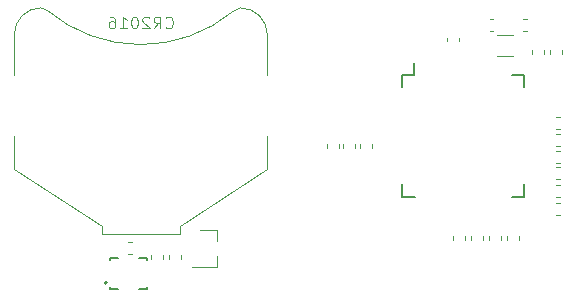
<source format=gbr>
G04 #@! TF.GenerationSoftware,KiCad,Pcbnew,5.0.2+dfsg1-1~bpo9+1*
G04 #@! TF.CreationDate,2019-04-13T04:29:40+03:00*
G04 #@! TF.ProjectId,kicad,6b696361-642e-46b6-9963-61645f706362,rev?*
G04 #@! TF.SameCoordinates,Original*
G04 #@! TF.FileFunction,Legend,Bot*
G04 #@! TF.FilePolarity,Positive*
%FSLAX46Y46*%
G04 Gerber Fmt 4.6, Leading zero omitted, Abs format (unit mm)*
G04 Created by KiCad (PCBNEW 5.0.2+dfsg1-1~bpo9+1) date Sat 13 Apr 2019 04:29:40 AM MSK*
%MOMM*%
%LPD*%
G01*
G04 APERTURE LIST*
%ADD10C,0.100000*%
%ADD11C,0.120000*%
%ADD12C,0.127000*%
%ADD13C,0.200000*%
%ADD14C,0.150000*%
%ADD15C,0.125000*%
%ADD16R,5.181600X5.181600*%
%ADD17R,7.101600X8.101600*%
%ADD18C,0.976600*%
%ADD19R,1.001600X0.901600*%
%ADD20C,1.801600*%
%ADD21R,0.630800X0.400800*%
%ADD22R,0.400800X0.630800*%
%ADD23R,1.101600X1.901600*%
%ADD24R,1.050800X0.300800*%
%ADD25R,0.300800X1.050800*%
G04 APERTURE END LIST*
D10*
G04 #@! TO.C,BT1*
X154679036Y-85186274D02*
G75*
G02X138853667Y-85109667I-7867036J9468274D01*
G01*
X154710540Y-85158207D02*
G75*
G02X155270333Y-84926333I559793J-559793D01*
G01*
X138913460Y-85158207D02*
G75*
G03X138353667Y-84926333I-559793J-559793D01*
G01*
X136103667Y-87176333D02*
G75*
G02X138353667Y-84926333I2250000J0D01*
G01*
X157520333Y-87176333D02*
G75*
G03X155270333Y-84926333I-2250000J0D01*
G01*
X157520333Y-90634667D02*
X157520333Y-87134667D01*
X136103667Y-90634667D02*
X136103667Y-87134667D01*
X157520333Y-98551333D02*
X157520333Y-95801333D01*
X150103667Y-103426333D02*
X157520333Y-98551333D01*
X150103667Y-104093000D02*
X150103667Y-103426333D01*
X143520333Y-104093000D02*
X150103667Y-104093000D01*
X143520333Y-104093000D02*
X143520333Y-103426333D01*
X143520333Y-103426333D02*
X136103667Y-98551333D01*
X136103667Y-98551333D02*
X136103667Y-95801333D01*
D11*
G04 #@! TO.C,C1_1*
X173226000Y-104256721D02*
X173226000Y-104582279D01*
X174246000Y-104256721D02*
X174246000Y-104582279D01*
G04 #@! TO.C,R3*
X180977000Y-88834279D02*
X180977000Y-88508721D01*
X179957000Y-88834279D02*
X179957000Y-88508721D01*
G04 #@! TO.C,FB1*
X181980721Y-102491000D02*
X182306279Y-102491000D01*
X181980721Y-101471000D02*
X182306279Y-101471000D01*
G04 #@! TO.C,Q1*
X153287000Y-103703000D02*
X153287000Y-104633000D01*
X153287000Y-106863000D02*
X153287000Y-105933000D01*
X153287000Y-106863000D02*
X151127000Y-106863000D01*
X153287000Y-103703000D02*
X151827000Y-103703000D01*
G04 #@! TO.C,C16*
X179186721Y-86870000D02*
X179512279Y-86870000D01*
X179186721Y-85850000D02*
X179512279Y-85850000D01*
G04 #@! TO.C,C15*
X176341721Y-85850000D02*
X176667279Y-85850000D01*
X176341721Y-86870000D02*
X176667279Y-86870000D01*
G04 #@! TO.C,C14*
X150243000Y-106182279D02*
X150243000Y-105856721D01*
X149223000Y-106182279D02*
X149223000Y-105856721D01*
G04 #@! TO.C,C2*
X172718000Y-87767279D02*
X172718000Y-87441721D01*
X173738000Y-87767279D02*
X173738000Y-87441721D01*
D12*
G04 #@! TO.C,U2*
X144234400Y-106141600D02*
X144884400Y-106141600D01*
X144234400Y-106291600D02*
X144234400Y-106141600D01*
X147334400Y-106141600D02*
X146684400Y-106141600D01*
X147334400Y-106291600D02*
X147334400Y-106141600D01*
X147334400Y-108741600D02*
X147334400Y-108591600D01*
X146684400Y-108741600D02*
X147334400Y-108741600D01*
X144234400Y-108741600D02*
X144234400Y-108591600D01*
X144884400Y-108741600D02*
X144234400Y-108741600D01*
D13*
X143934400Y-108191600D02*
G75*
G03X143934400Y-108191600I-100000J0D01*
G01*
D11*
G04 #@! TO.C,R2*
X181481000Y-88834279D02*
X181481000Y-88508721D01*
X182501000Y-88834279D02*
X182501000Y-88508721D01*
G04 #@! TO.C,C13*
X147699000Y-106182279D02*
X147699000Y-105856721D01*
X148719000Y-106182279D02*
X148719000Y-105856721D01*
G04 #@! TO.C,C12*
X145734721Y-104773000D02*
X146060279Y-104773000D01*
X145734721Y-105793000D02*
X146060279Y-105793000D01*
G04 #@! TO.C,C10*
X178818000Y-104256721D02*
X178818000Y-104582279D01*
X177798000Y-104256721D02*
X177798000Y-104582279D01*
G04 #@! TO.C,C9*
X177294000Y-104256721D02*
X177294000Y-104582279D01*
X176274000Y-104256721D02*
X176274000Y-104582279D01*
G04 #@! TO.C,C8*
X181980721Y-98423000D02*
X182306279Y-98423000D01*
X181980721Y-99443000D02*
X182306279Y-99443000D01*
G04 #@! TO.C,C7*
X181980721Y-94193900D02*
X182306279Y-94193900D01*
X181980721Y-95213900D02*
X182306279Y-95213900D01*
G04 #@! TO.C,C6*
X181980721Y-98046000D02*
X182306279Y-98046000D01*
X181980721Y-97026000D02*
X182306279Y-97026000D01*
G04 #@! TO.C,C5*
X163955000Y-96809779D02*
X163955000Y-96484221D01*
X164975000Y-96809779D02*
X164975000Y-96484221D01*
G04 #@! TO.C,C4*
X165352000Y-96809779D02*
X165352000Y-96484221D01*
X166372000Y-96809779D02*
X166372000Y-96484221D01*
G04 #@! TO.C,C3*
X181980721Y-95629000D02*
X182306279Y-95629000D01*
X181980721Y-96649000D02*
X182306279Y-96649000D01*
G04 #@! TO.C,C1*
X175770000Y-104256721D02*
X175770000Y-104582279D01*
X174750000Y-104256721D02*
X174750000Y-104582279D01*
G04 #@! TO.C,Y1*
X176998000Y-89013000D02*
X178348000Y-89013000D01*
X176998000Y-87263000D02*
X178348000Y-87263000D01*
D14*
G04 #@! TO.C,U1*
X169932080Y-90582560D02*
X169932080Y-89557560D01*
X168932080Y-100932560D02*
X168932080Y-99857560D01*
X179282080Y-100932560D02*
X179282080Y-99857560D01*
X179282080Y-90582560D02*
X179282080Y-91657560D01*
X168932080Y-90582560D02*
X168932080Y-91657560D01*
X179282080Y-90582560D02*
X178207080Y-90582560D01*
X179282080Y-100932560D02*
X178207080Y-100932560D01*
X168932080Y-100932560D02*
X170007080Y-100932560D01*
X168932080Y-90582560D02*
X169932080Y-90582560D01*
D11*
G04 #@! TO.C,R1*
X181980721Y-99947000D02*
X182306279Y-99947000D01*
X181980721Y-100967000D02*
X182306279Y-100967000D01*
G04 #@! TO.C,C11*
X162558000Y-96809779D02*
X162558000Y-96484221D01*
X163578000Y-96809779D02*
X163578000Y-96484221D01*
G04 #@! TO.C,BT1*
D15*
X148907238Y-86575142D02*
X148954857Y-86622761D01*
X149097714Y-86670380D01*
X149192952Y-86670380D01*
X149335809Y-86622761D01*
X149431047Y-86527523D01*
X149478666Y-86432285D01*
X149526285Y-86241809D01*
X149526285Y-86098952D01*
X149478666Y-85908476D01*
X149431047Y-85813238D01*
X149335809Y-85718000D01*
X149192952Y-85670380D01*
X149097714Y-85670380D01*
X148954857Y-85718000D01*
X148907238Y-85765619D01*
X147907238Y-86670380D02*
X148240571Y-86194190D01*
X148478666Y-86670380D02*
X148478666Y-85670380D01*
X148097714Y-85670380D01*
X148002476Y-85718000D01*
X147954857Y-85765619D01*
X147907238Y-85860857D01*
X147907238Y-86003714D01*
X147954857Y-86098952D01*
X148002476Y-86146571D01*
X148097714Y-86194190D01*
X148478666Y-86194190D01*
X147526285Y-85765619D02*
X147478666Y-85718000D01*
X147383428Y-85670380D01*
X147145333Y-85670380D01*
X147050095Y-85718000D01*
X147002476Y-85765619D01*
X146954857Y-85860857D01*
X146954857Y-85956095D01*
X147002476Y-86098952D01*
X147573904Y-86670380D01*
X146954857Y-86670380D01*
X146335809Y-85670380D02*
X146240571Y-85670380D01*
X146145333Y-85718000D01*
X146097714Y-85765619D01*
X146050095Y-85860857D01*
X146002476Y-86051333D01*
X146002476Y-86289428D01*
X146050095Y-86479904D01*
X146097714Y-86575142D01*
X146145333Y-86622761D01*
X146240571Y-86670380D01*
X146335809Y-86670380D01*
X146431047Y-86622761D01*
X146478666Y-86575142D01*
X146526285Y-86479904D01*
X146573904Y-86289428D01*
X146573904Y-86051333D01*
X146526285Y-85860857D01*
X146478666Y-85765619D01*
X146431047Y-85718000D01*
X146335809Y-85670380D01*
X145050095Y-86670380D02*
X145621523Y-86670380D01*
X145335809Y-86670380D02*
X145335809Y-85670380D01*
X145431047Y-85813238D01*
X145526285Y-85908476D01*
X145621523Y-85956095D01*
X144192952Y-85670380D02*
X144383428Y-85670380D01*
X144478666Y-85718000D01*
X144526285Y-85765619D01*
X144621523Y-85908476D01*
X144669142Y-86098952D01*
X144669142Y-86479904D01*
X144621523Y-86575142D01*
X144573904Y-86622761D01*
X144478666Y-86670380D01*
X144288190Y-86670380D01*
X144192952Y-86622761D01*
X144145333Y-86575142D01*
X144097714Y-86479904D01*
X144097714Y-86241809D01*
X144145333Y-86146571D01*
X144192952Y-86098952D01*
X144288190Y-86051333D01*
X144478666Y-86051333D01*
X144573904Y-86098952D01*
X144621523Y-86146571D01*
X144669142Y-86241809D01*
G04 #@! TD*
%LPC*%
D10*
G36*
X144907000Y-106807000D02*
X146685000Y-106807000D01*
X146685000Y-108077000D01*
X144907000Y-108077000D01*
X144907000Y-106807000D01*
G37*
D16*
G04 #@! TO.C,BT1*
X133962000Y-93218000D03*
X159662000Y-93218000D03*
D17*
X146812000Y-93218000D03*
G04 #@! TD*
D10*
G04 #@! TO.C,C1_1*
G36*
X174041581Y-103144876D02*
X174065281Y-103148391D01*
X174088523Y-103154213D01*
X174111082Y-103162285D01*
X174132742Y-103172529D01*
X174153292Y-103184847D01*
X174172537Y-103199119D01*
X174190290Y-103215210D01*
X174206381Y-103232963D01*
X174220653Y-103252208D01*
X174232971Y-103272758D01*
X174243215Y-103294418D01*
X174251287Y-103316977D01*
X174257109Y-103340219D01*
X174260624Y-103363919D01*
X174261800Y-103387850D01*
X174261800Y-103876150D01*
X174260624Y-103900081D01*
X174257109Y-103923781D01*
X174251287Y-103947023D01*
X174243215Y-103969582D01*
X174232971Y-103991242D01*
X174220653Y-104011792D01*
X174206381Y-104031037D01*
X174190290Y-104048790D01*
X174172537Y-104064881D01*
X174153292Y-104079153D01*
X174132742Y-104091471D01*
X174111082Y-104101715D01*
X174088523Y-104109787D01*
X174065281Y-104115609D01*
X174041581Y-104119124D01*
X174017650Y-104120300D01*
X173454350Y-104120300D01*
X173430419Y-104119124D01*
X173406719Y-104115609D01*
X173383477Y-104109787D01*
X173360918Y-104101715D01*
X173339258Y-104091471D01*
X173318708Y-104079153D01*
X173299463Y-104064881D01*
X173281710Y-104048790D01*
X173265619Y-104031037D01*
X173251347Y-104011792D01*
X173239029Y-103991242D01*
X173228785Y-103969582D01*
X173220713Y-103947023D01*
X173214891Y-103923781D01*
X173211376Y-103900081D01*
X173210200Y-103876150D01*
X173210200Y-103387850D01*
X173211376Y-103363919D01*
X173214891Y-103340219D01*
X173220713Y-103316977D01*
X173228785Y-103294418D01*
X173239029Y-103272758D01*
X173251347Y-103252208D01*
X173265619Y-103232963D01*
X173281710Y-103215210D01*
X173299463Y-103199119D01*
X173318708Y-103184847D01*
X173339258Y-103172529D01*
X173360918Y-103162285D01*
X173383477Y-103154213D01*
X173406719Y-103148391D01*
X173430419Y-103144876D01*
X173454350Y-103143700D01*
X174017650Y-103143700D01*
X174041581Y-103144876D01*
X174041581Y-103144876D01*
G37*
D18*
X173736000Y-103632000D03*
D10*
G36*
X174041581Y-104719876D02*
X174065281Y-104723391D01*
X174088523Y-104729213D01*
X174111082Y-104737285D01*
X174132742Y-104747529D01*
X174153292Y-104759847D01*
X174172537Y-104774119D01*
X174190290Y-104790210D01*
X174206381Y-104807963D01*
X174220653Y-104827208D01*
X174232971Y-104847758D01*
X174243215Y-104869418D01*
X174251287Y-104891977D01*
X174257109Y-104915219D01*
X174260624Y-104938919D01*
X174261800Y-104962850D01*
X174261800Y-105451150D01*
X174260624Y-105475081D01*
X174257109Y-105498781D01*
X174251287Y-105522023D01*
X174243215Y-105544582D01*
X174232971Y-105566242D01*
X174220653Y-105586792D01*
X174206381Y-105606037D01*
X174190290Y-105623790D01*
X174172537Y-105639881D01*
X174153292Y-105654153D01*
X174132742Y-105666471D01*
X174111082Y-105676715D01*
X174088523Y-105684787D01*
X174065281Y-105690609D01*
X174041581Y-105694124D01*
X174017650Y-105695300D01*
X173454350Y-105695300D01*
X173430419Y-105694124D01*
X173406719Y-105690609D01*
X173383477Y-105684787D01*
X173360918Y-105676715D01*
X173339258Y-105666471D01*
X173318708Y-105654153D01*
X173299463Y-105639881D01*
X173281710Y-105623790D01*
X173265619Y-105606037D01*
X173251347Y-105586792D01*
X173239029Y-105566242D01*
X173228785Y-105544582D01*
X173220713Y-105522023D01*
X173214891Y-105498781D01*
X173211376Y-105475081D01*
X173210200Y-105451150D01*
X173210200Y-104962850D01*
X173211376Y-104938919D01*
X173214891Y-104915219D01*
X173220713Y-104891977D01*
X173228785Y-104869418D01*
X173239029Y-104847758D01*
X173251347Y-104827208D01*
X173265619Y-104807963D01*
X173281710Y-104790210D01*
X173299463Y-104774119D01*
X173318708Y-104759847D01*
X173339258Y-104747529D01*
X173360918Y-104737285D01*
X173383477Y-104729213D01*
X173406719Y-104723391D01*
X173430419Y-104719876D01*
X173454350Y-104718700D01*
X174017650Y-104718700D01*
X174041581Y-104719876D01*
X174041581Y-104719876D01*
G37*
D18*
X173736000Y-105207000D03*
G04 #@! TD*
D10*
G04 #@! TO.C,R3*
G36*
X180772581Y-88971876D02*
X180796281Y-88975391D01*
X180819523Y-88981213D01*
X180842082Y-88989285D01*
X180863742Y-88999529D01*
X180884292Y-89011847D01*
X180903537Y-89026119D01*
X180921290Y-89042210D01*
X180937381Y-89059963D01*
X180951653Y-89079208D01*
X180963971Y-89099758D01*
X180974215Y-89121418D01*
X180982287Y-89143977D01*
X180988109Y-89167219D01*
X180991624Y-89190919D01*
X180992800Y-89214850D01*
X180992800Y-89703150D01*
X180991624Y-89727081D01*
X180988109Y-89750781D01*
X180982287Y-89774023D01*
X180974215Y-89796582D01*
X180963971Y-89818242D01*
X180951653Y-89838792D01*
X180937381Y-89858037D01*
X180921290Y-89875790D01*
X180903537Y-89891881D01*
X180884292Y-89906153D01*
X180863742Y-89918471D01*
X180842082Y-89928715D01*
X180819523Y-89936787D01*
X180796281Y-89942609D01*
X180772581Y-89946124D01*
X180748650Y-89947300D01*
X180185350Y-89947300D01*
X180161419Y-89946124D01*
X180137719Y-89942609D01*
X180114477Y-89936787D01*
X180091918Y-89928715D01*
X180070258Y-89918471D01*
X180049708Y-89906153D01*
X180030463Y-89891881D01*
X180012710Y-89875790D01*
X179996619Y-89858037D01*
X179982347Y-89838792D01*
X179970029Y-89818242D01*
X179959785Y-89796582D01*
X179951713Y-89774023D01*
X179945891Y-89750781D01*
X179942376Y-89727081D01*
X179941200Y-89703150D01*
X179941200Y-89214850D01*
X179942376Y-89190919D01*
X179945891Y-89167219D01*
X179951713Y-89143977D01*
X179959785Y-89121418D01*
X179970029Y-89099758D01*
X179982347Y-89079208D01*
X179996619Y-89059963D01*
X180012710Y-89042210D01*
X180030463Y-89026119D01*
X180049708Y-89011847D01*
X180070258Y-88999529D01*
X180091918Y-88989285D01*
X180114477Y-88981213D01*
X180137719Y-88975391D01*
X180161419Y-88971876D01*
X180185350Y-88970700D01*
X180748650Y-88970700D01*
X180772581Y-88971876D01*
X180772581Y-88971876D01*
G37*
D18*
X180467000Y-89459000D03*
D10*
G36*
X180772581Y-87396876D02*
X180796281Y-87400391D01*
X180819523Y-87406213D01*
X180842082Y-87414285D01*
X180863742Y-87424529D01*
X180884292Y-87436847D01*
X180903537Y-87451119D01*
X180921290Y-87467210D01*
X180937381Y-87484963D01*
X180951653Y-87504208D01*
X180963971Y-87524758D01*
X180974215Y-87546418D01*
X180982287Y-87568977D01*
X180988109Y-87592219D01*
X180991624Y-87615919D01*
X180992800Y-87639850D01*
X180992800Y-88128150D01*
X180991624Y-88152081D01*
X180988109Y-88175781D01*
X180982287Y-88199023D01*
X180974215Y-88221582D01*
X180963971Y-88243242D01*
X180951653Y-88263792D01*
X180937381Y-88283037D01*
X180921290Y-88300790D01*
X180903537Y-88316881D01*
X180884292Y-88331153D01*
X180863742Y-88343471D01*
X180842082Y-88353715D01*
X180819523Y-88361787D01*
X180796281Y-88367609D01*
X180772581Y-88371124D01*
X180748650Y-88372300D01*
X180185350Y-88372300D01*
X180161419Y-88371124D01*
X180137719Y-88367609D01*
X180114477Y-88361787D01*
X180091918Y-88353715D01*
X180070258Y-88343471D01*
X180049708Y-88331153D01*
X180030463Y-88316881D01*
X180012710Y-88300790D01*
X179996619Y-88283037D01*
X179982347Y-88263792D01*
X179970029Y-88243242D01*
X179959785Y-88221582D01*
X179951713Y-88199023D01*
X179945891Y-88175781D01*
X179942376Y-88152081D01*
X179941200Y-88128150D01*
X179941200Y-87639850D01*
X179942376Y-87615919D01*
X179945891Y-87592219D01*
X179951713Y-87568977D01*
X179959785Y-87546418D01*
X179970029Y-87524758D01*
X179982347Y-87504208D01*
X179996619Y-87484963D01*
X180012710Y-87467210D01*
X180030463Y-87451119D01*
X180049708Y-87436847D01*
X180070258Y-87424529D01*
X180091918Y-87414285D01*
X180114477Y-87406213D01*
X180137719Y-87400391D01*
X180161419Y-87396876D01*
X180185350Y-87395700D01*
X180748650Y-87395700D01*
X180772581Y-87396876D01*
X180772581Y-87396876D01*
G37*
D18*
X180467000Y-87884000D03*
G04 #@! TD*
D10*
G04 #@! TO.C,FB1*
G36*
X181624081Y-101456376D02*
X181647781Y-101459891D01*
X181671023Y-101465713D01*
X181693582Y-101473785D01*
X181715242Y-101484029D01*
X181735792Y-101496347D01*
X181755037Y-101510619D01*
X181772790Y-101526710D01*
X181788881Y-101544463D01*
X181803153Y-101563708D01*
X181815471Y-101584258D01*
X181825715Y-101605918D01*
X181833787Y-101628477D01*
X181839609Y-101651719D01*
X181843124Y-101675419D01*
X181844300Y-101699350D01*
X181844300Y-102262650D01*
X181843124Y-102286581D01*
X181839609Y-102310281D01*
X181833787Y-102333523D01*
X181825715Y-102356082D01*
X181815471Y-102377742D01*
X181803153Y-102398292D01*
X181788881Y-102417537D01*
X181772790Y-102435290D01*
X181755037Y-102451381D01*
X181735792Y-102465653D01*
X181715242Y-102477971D01*
X181693582Y-102488215D01*
X181671023Y-102496287D01*
X181647781Y-102502109D01*
X181624081Y-102505624D01*
X181600150Y-102506800D01*
X181111850Y-102506800D01*
X181087919Y-102505624D01*
X181064219Y-102502109D01*
X181040977Y-102496287D01*
X181018418Y-102488215D01*
X180996758Y-102477971D01*
X180976208Y-102465653D01*
X180956963Y-102451381D01*
X180939210Y-102435290D01*
X180923119Y-102417537D01*
X180908847Y-102398292D01*
X180896529Y-102377742D01*
X180886285Y-102356082D01*
X180878213Y-102333523D01*
X180872391Y-102310281D01*
X180868876Y-102286581D01*
X180867700Y-102262650D01*
X180867700Y-101699350D01*
X180868876Y-101675419D01*
X180872391Y-101651719D01*
X180878213Y-101628477D01*
X180886285Y-101605918D01*
X180896529Y-101584258D01*
X180908847Y-101563708D01*
X180923119Y-101544463D01*
X180939210Y-101526710D01*
X180956963Y-101510619D01*
X180976208Y-101496347D01*
X180996758Y-101484029D01*
X181018418Y-101473785D01*
X181040977Y-101465713D01*
X181064219Y-101459891D01*
X181087919Y-101456376D01*
X181111850Y-101455200D01*
X181600150Y-101455200D01*
X181624081Y-101456376D01*
X181624081Y-101456376D01*
G37*
D18*
X181356000Y-101981000D03*
D10*
G36*
X183199081Y-101456376D02*
X183222781Y-101459891D01*
X183246023Y-101465713D01*
X183268582Y-101473785D01*
X183290242Y-101484029D01*
X183310792Y-101496347D01*
X183330037Y-101510619D01*
X183347790Y-101526710D01*
X183363881Y-101544463D01*
X183378153Y-101563708D01*
X183390471Y-101584258D01*
X183400715Y-101605918D01*
X183408787Y-101628477D01*
X183414609Y-101651719D01*
X183418124Y-101675419D01*
X183419300Y-101699350D01*
X183419300Y-102262650D01*
X183418124Y-102286581D01*
X183414609Y-102310281D01*
X183408787Y-102333523D01*
X183400715Y-102356082D01*
X183390471Y-102377742D01*
X183378153Y-102398292D01*
X183363881Y-102417537D01*
X183347790Y-102435290D01*
X183330037Y-102451381D01*
X183310792Y-102465653D01*
X183290242Y-102477971D01*
X183268582Y-102488215D01*
X183246023Y-102496287D01*
X183222781Y-102502109D01*
X183199081Y-102505624D01*
X183175150Y-102506800D01*
X182686850Y-102506800D01*
X182662919Y-102505624D01*
X182639219Y-102502109D01*
X182615977Y-102496287D01*
X182593418Y-102488215D01*
X182571758Y-102477971D01*
X182551208Y-102465653D01*
X182531963Y-102451381D01*
X182514210Y-102435290D01*
X182498119Y-102417537D01*
X182483847Y-102398292D01*
X182471529Y-102377742D01*
X182461285Y-102356082D01*
X182453213Y-102333523D01*
X182447391Y-102310281D01*
X182443876Y-102286581D01*
X182442700Y-102262650D01*
X182442700Y-101699350D01*
X182443876Y-101675419D01*
X182447391Y-101651719D01*
X182453213Y-101628477D01*
X182461285Y-101605918D01*
X182471529Y-101584258D01*
X182483847Y-101563708D01*
X182498119Y-101544463D01*
X182514210Y-101526710D01*
X182531963Y-101510619D01*
X182551208Y-101496347D01*
X182571758Y-101484029D01*
X182593418Y-101473785D01*
X182615977Y-101465713D01*
X182639219Y-101459891D01*
X182662919Y-101456376D01*
X182686850Y-101455200D01*
X183175150Y-101455200D01*
X183199081Y-101456376D01*
X183199081Y-101456376D01*
G37*
D18*
X182931000Y-101981000D03*
G04 #@! TD*
D19*
G04 #@! TO.C,Q1*
X151527000Y-106233000D03*
X151527000Y-104333000D03*
X153527000Y-105283000D03*
G04 #@! TD*
D10*
G04 #@! TO.C,C16*
G36*
X178830081Y-85835376D02*
X178853781Y-85838891D01*
X178877023Y-85844713D01*
X178899582Y-85852785D01*
X178921242Y-85863029D01*
X178941792Y-85875347D01*
X178961037Y-85889619D01*
X178978790Y-85905710D01*
X178994881Y-85923463D01*
X179009153Y-85942708D01*
X179021471Y-85963258D01*
X179031715Y-85984918D01*
X179039787Y-86007477D01*
X179045609Y-86030719D01*
X179049124Y-86054419D01*
X179050300Y-86078350D01*
X179050300Y-86641650D01*
X179049124Y-86665581D01*
X179045609Y-86689281D01*
X179039787Y-86712523D01*
X179031715Y-86735082D01*
X179021471Y-86756742D01*
X179009153Y-86777292D01*
X178994881Y-86796537D01*
X178978790Y-86814290D01*
X178961037Y-86830381D01*
X178941792Y-86844653D01*
X178921242Y-86856971D01*
X178899582Y-86867215D01*
X178877023Y-86875287D01*
X178853781Y-86881109D01*
X178830081Y-86884624D01*
X178806150Y-86885800D01*
X178317850Y-86885800D01*
X178293919Y-86884624D01*
X178270219Y-86881109D01*
X178246977Y-86875287D01*
X178224418Y-86867215D01*
X178202758Y-86856971D01*
X178182208Y-86844653D01*
X178162963Y-86830381D01*
X178145210Y-86814290D01*
X178129119Y-86796537D01*
X178114847Y-86777292D01*
X178102529Y-86756742D01*
X178092285Y-86735082D01*
X178084213Y-86712523D01*
X178078391Y-86689281D01*
X178074876Y-86665581D01*
X178073700Y-86641650D01*
X178073700Y-86078350D01*
X178074876Y-86054419D01*
X178078391Y-86030719D01*
X178084213Y-86007477D01*
X178092285Y-85984918D01*
X178102529Y-85963258D01*
X178114847Y-85942708D01*
X178129119Y-85923463D01*
X178145210Y-85905710D01*
X178162963Y-85889619D01*
X178182208Y-85875347D01*
X178202758Y-85863029D01*
X178224418Y-85852785D01*
X178246977Y-85844713D01*
X178270219Y-85838891D01*
X178293919Y-85835376D01*
X178317850Y-85834200D01*
X178806150Y-85834200D01*
X178830081Y-85835376D01*
X178830081Y-85835376D01*
G37*
D18*
X178562000Y-86360000D03*
D10*
G36*
X180405081Y-85835376D02*
X180428781Y-85838891D01*
X180452023Y-85844713D01*
X180474582Y-85852785D01*
X180496242Y-85863029D01*
X180516792Y-85875347D01*
X180536037Y-85889619D01*
X180553790Y-85905710D01*
X180569881Y-85923463D01*
X180584153Y-85942708D01*
X180596471Y-85963258D01*
X180606715Y-85984918D01*
X180614787Y-86007477D01*
X180620609Y-86030719D01*
X180624124Y-86054419D01*
X180625300Y-86078350D01*
X180625300Y-86641650D01*
X180624124Y-86665581D01*
X180620609Y-86689281D01*
X180614787Y-86712523D01*
X180606715Y-86735082D01*
X180596471Y-86756742D01*
X180584153Y-86777292D01*
X180569881Y-86796537D01*
X180553790Y-86814290D01*
X180536037Y-86830381D01*
X180516792Y-86844653D01*
X180496242Y-86856971D01*
X180474582Y-86867215D01*
X180452023Y-86875287D01*
X180428781Y-86881109D01*
X180405081Y-86884624D01*
X180381150Y-86885800D01*
X179892850Y-86885800D01*
X179868919Y-86884624D01*
X179845219Y-86881109D01*
X179821977Y-86875287D01*
X179799418Y-86867215D01*
X179777758Y-86856971D01*
X179757208Y-86844653D01*
X179737963Y-86830381D01*
X179720210Y-86814290D01*
X179704119Y-86796537D01*
X179689847Y-86777292D01*
X179677529Y-86756742D01*
X179667285Y-86735082D01*
X179659213Y-86712523D01*
X179653391Y-86689281D01*
X179649876Y-86665581D01*
X179648700Y-86641650D01*
X179648700Y-86078350D01*
X179649876Y-86054419D01*
X179653391Y-86030719D01*
X179659213Y-86007477D01*
X179667285Y-85984918D01*
X179677529Y-85963258D01*
X179689847Y-85942708D01*
X179704119Y-85923463D01*
X179720210Y-85905710D01*
X179737963Y-85889619D01*
X179757208Y-85875347D01*
X179777758Y-85863029D01*
X179799418Y-85852785D01*
X179821977Y-85844713D01*
X179845219Y-85838891D01*
X179868919Y-85835376D01*
X179892850Y-85834200D01*
X180381150Y-85834200D01*
X180405081Y-85835376D01*
X180405081Y-85835376D01*
G37*
D18*
X180137000Y-86360000D03*
G04 #@! TD*
D10*
G04 #@! TO.C,C15*
G36*
X177560081Y-85835376D02*
X177583781Y-85838891D01*
X177607023Y-85844713D01*
X177629582Y-85852785D01*
X177651242Y-85863029D01*
X177671792Y-85875347D01*
X177691037Y-85889619D01*
X177708790Y-85905710D01*
X177724881Y-85923463D01*
X177739153Y-85942708D01*
X177751471Y-85963258D01*
X177761715Y-85984918D01*
X177769787Y-86007477D01*
X177775609Y-86030719D01*
X177779124Y-86054419D01*
X177780300Y-86078350D01*
X177780300Y-86641650D01*
X177779124Y-86665581D01*
X177775609Y-86689281D01*
X177769787Y-86712523D01*
X177761715Y-86735082D01*
X177751471Y-86756742D01*
X177739153Y-86777292D01*
X177724881Y-86796537D01*
X177708790Y-86814290D01*
X177691037Y-86830381D01*
X177671792Y-86844653D01*
X177651242Y-86856971D01*
X177629582Y-86867215D01*
X177607023Y-86875287D01*
X177583781Y-86881109D01*
X177560081Y-86884624D01*
X177536150Y-86885800D01*
X177047850Y-86885800D01*
X177023919Y-86884624D01*
X177000219Y-86881109D01*
X176976977Y-86875287D01*
X176954418Y-86867215D01*
X176932758Y-86856971D01*
X176912208Y-86844653D01*
X176892963Y-86830381D01*
X176875210Y-86814290D01*
X176859119Y-86796537D01*
X176844847Y-86777292D01*
X176832529Y-86756742D01*
X176822285Y-86735082D01*
X176814213Y-86712523D01*
X176808391Y-86689281D01*
X176804876Y-86665581D01*
X176803700Y-86641650D01*
X176803700Y-86078350D01*
X176804876Y-86054419D01*
X176808391Y-86030719D01*
X176814213Y-86007477D01*
X176822285Y-85984918D01*
X176832529Y-85963258D01*
X176844847Y-85942708D01*
X176859119Y-85923463D01*
X176875210Y-85905710D01*
X176892963Y-85889619D01*
X176912208Y-85875347D01*
X176932758Y-85863029D01*
X176954418Y-85852785D01*
X176976977Y-85844713D01*
X177000219Y-85838891D01*
X177023919Y-85835376D01*
X177047850Y-85834200D01*
X177536150Y-85834200D01*
X177560081Y-85835376D01*
X177560081Y-85835376D01*
G37*
D18*
X177292000Y-86360000D03*
D10*
G36*
X175985081Y-85835376D02*
X176008781Y-85838891D01*
X176032023Y-85844713D01*
X176054582Y-85852785D01*
X176076242Y-85863029D01*
X176096792Y-85875347D01*
X176116037Y-85889619D01*
X176133790Y-85905710D01*
X176149881Y-85923463D01*
X176164153Y-85942708D01*
X176176471Y-85963258D01*
X176186715Y-85984918D01*
X176194787Y-86007477D01*
X176200609Y-86030719D01*
X176204124Y-86054419D01*
X176205300Y-86078350D01*
X176205300Y-86641650D01*
X176204124Y-86665581D01*
X176200609Y-86689281D01*
X176194787Y-86712523D01*
X176186715Y-86735082D01*
X176176471Y-86756742D01*
X176164153Y-86777292D01*
X176149881Y-86796537D01*
X176133790Y-86814290D01*
X176116037Y-86830381D01*
X176096792Y-86844653D01*
X176076242Y-86856971D01*
X176054582Y-86867215D01*
X176032023Y-86875287D01*
X176008781Y-86881109D01*
X175985081Y-86884624D01*
X175961150Y-86885800D01*
X175472850Y-86885800D01*
X175448919Y-86884624D01*
X175425219Y-86881109D01*
X175401977Y-86875287D01*
X175379418Y-86867215D01*
X175357758Y-86856971D01*
X175337208Y-86844653D01*
X175317963Y-86830381D01*
X175300210Y-86814290D01*
X175284119Y-86796537D01*
X175269847Y-86777292D01*
X175257529Y-86756742D01*
X175247285Y-86735082D01*
X175239213Y-86712523D01*
X175233391Y-86689281D01*
X175229876Y-86665581D01*
X175228700Y-86641650D01*
X175228700Y-86078350D01*
X175229876Y-86054419D01*
X175233391Y-86030719D01*
X175239213Y-86007477D01*
X175247285Y-85984918D01*
X175257529Y-85963258D01*
X175269847Y-85942708D01*
X175284119Y-85923463D01*
X175300210Y-85905710D01*
X175317963Y-85889619D01*
X175337208Y-85875347D01*
X175357758Y-85863029D01*
X175379418Y-85852785D01*
X175401977Y-85844713D01*
X175425219Y-85838891D01*
X175448919Y-85835376D01*
X175472850Y-85834200D01*
X175961150Y-85834200D01*
X175985081Y-85835376D01*
X175985081Y-85835376D01*
G37*
D18*
X175717000Y-86360000D03*
G04 #@! TD*
D10*
G04 #@! TO.C,C14*
G36*
X150038581Y-106319876D02*
X150062281Y-106323391D01*
X150085523Y-106329213D01*
X150108082Y-106337285D01*
X150129742Y-106347529D01*
X150150292Y-106359847D01*
X150169537Y-106374119D01*
X150187290Y-106390210D01*
X150203381Y-106407963D01*
X150217653Y-106427208D01*
X150229971Y-106447758D01*
X150240215Y-106469418D01*
X150248287Y-106491977D01*
X150254109Y-106515219D01*
X150257624Y-106538919D01*
X150258800Y-106562850D01*
X150258800Y-107051150D01*
X150257624Y-107075081D01*
X150254109Y-107098781D01*
X150248287Y-107122023D01*
X150240215Y-107144582D01*
X150229971Y-107166242D01*
X150217653Y-107186792D01*
X150203381Y-107206037D01*
X150187290Y-107223790D01*
X150169537Y-107239881D01*
X150150292Y-107254153D01*
X150129742Y-107266471D01*
X150108082Y-107276715D01*
X150085523Y-107284787D01*
X150062281Y-107290609D01*
X150038581Y-107294124D01*
X150014650Y-107295300D01*
X149451350Y-107295300D01*
X149427419Y-107294124D01*
X149403719Y-107290609D01*
X149380477Y-107284787D01*
X149357918Y-107276715D01*
X149336258Y-107266471D01*
X149315708Y-107254153D01*
X149296463Y-107239881D01*
X149278710Y-107223790D01*
X149262619Y-107206037D01*
X149248347Y-107186792D01*
X149236029Y-107166242D01*
X149225785Y-107144582D01*
X149217713Y-107122023D01*
X149211891Y-107098781D01*
X149208376Y-107075081D01*
X149207200Y-107051150D01*
X149207200Y-106562850D01*
X149208376Y-106538919D01*
X149211891Y-106515219D01*
X149217713Y-106491977D01*
X149225785Y-106469418D01*
X149236029Y-106447758D01*
X149248347Y-106427208D01*
X149262619Y-106407963D01*
X149278710Y-106390210D01*
X149296463Y-106374119D01*
X149315708Y-106359847D01*
X149336258Y-106347529D01*
X149357918Y-106337285D01*
X149380477Y-106329213D01*
X149403719Y-106323391D01*
X149427419Y-106319876D01*
X149451350Y-106318700D01*
X150014650Y-106318700D01*
X150038581Y-106319876D01*
X150038581Y-106319876D01*
G37*
D18*
X149733000Y-106807000D03*
D10*
G36*
X150038581Y-104744876D02*
X150062281Y-104748391D01*
X150085523Y-104754213D01*
X150108082Y-104762285D01*
X150129742Y-104772529D01*
X150150292Y-104784847D01*
X150169537Y-104799119D01*
X150187290Y-104815210D01*
X150203381Y-104832963D01*
X150217653Y-104852208D01*
X150229971Y-104872758D01*
X150240215Y-104894418D01*
X150248287Y-104916977D01*
X150254109Y-104940219D01*
X150257624Y-104963919D01*
X150258800Y-104987850D01*
X150258800Y-105476150D01*
X150257624Y-105500081D01*
X150254109Y-105523781D01*
X150248287Y-105547023D01*
X150240215Y-105569582D01*
X150229971Y-105591242D01*
X150217653Y-105611792D01*
X150203381Y-105631037D01*
X150187290Y-105648790D01*
X150169537Y-105664881D01*
X150150292Y-105679153D01*
X150129742Y-105691471D01*
X150108082Y-105701715D01*
X150085523Y-105709787D01*
X150062281Y-105715609D01*
X150038581Y-105719124D01*
X150014650Y-105720300D01*
X149451350Y-105720300D01*
X149427419Y-105719124D01*
X149403719Y-105715609D01*
X149380477Y-105709787D01*
X149357918Y-105701715D01*
X149336258Y-105691471D01*
X149315708Y-105679153D01*
X149296463Y-105664881D01*
X149278710Y-105648790D01*
X149262619Y-105631037D01*
X149248347Y-105611792D01*
X149236029Y-105591242D01*
X149225785Y-105569582D01*
X149217713Y-105547023D01*
X149211891Y-105523781D01*
X149208376Y-105500081D01*
X149207200Y-105476150D01*
X149207200Y-104987850D01*
X149208376Y-104963919D01*
X149211891Y-104940219D01*
X149217713Y-104916977D01*
X149225785Y-104894418D01*
X149236029Y-104872758D01*
X149248347Y-104852208D01*
X149262619Y-104832963D01*
X149278710Y-104815210D01*
X149296463Y-104799119D01*
X149315708Y-104784847D01*
X149336258Y-104772529D01*
X149357918Y-104762285D01*
X149380477Y-104754213D01*
X149403719Y-104748391D01*
X149427419Y-104744876D01*
X149451350Y-104743700D01*
X150014650Y-104743700D01*
X150038581Y-104744876D01*
X150038581Y-104744876D01*
G37*
D18*
X149733000Y-105232000D03*
G04 #@! TD*
D10*
G04 #@! TO.C,C2*
G36*
X173533581Y-86329876D02*
X173557281Y-86333391D01*
X173580523Y-86339213D01*
X173603082Y-86347285D01*
X173624742Y-86357529D01*
X173645292Y-86369847D01*
X173664537Y-86384119D01*
X173682290Y-86400210D01*
X173698381Y-86417963D01*
X173712653Y-86437208D01*
X173724971Y-86457758D01*
X173735215Y-86479418D01*
X173743287Y-86501977D01*
X173749109Y-86525219D01*
X173752624Y-86548919D01*
X173753800Y-86572850D01*
X173753800Y-87061150D01*
X173752624Y-87085081D01*
X173749109Y-87108781D01*
X173743287Y-87132023D01*
X173735215Y-87154582D01*
X173724971Y-87176242D01*
X173712653Y-87196792D01*
X173698381Y-87216037D01*
X173682290Y-87233790D01*
X173664537Y-87249881D01*
X173645292Y-87264153D01*
X173624742Y-87276471D01*
X173603082Y-87286715D01*
X173580523Y-87294787D01*
X173557281Y-87300609D01*
X173533581Y-87304124D01*
X173509650Y-87305300D01*
X172946350Y-87305300D01*
X172922419Y-87304124D01*
X172898719Y-87300609D01*
X172875477Y-87294787D01*
X172852918Y-87286715D01*
X172831258Y-87276471D01*
X172810708Y-87264153D01*
X172791463Y-87249881D01*
X172773710Y-87233790D01*
X172757619Y-87216037D01*
X172743347Y-87196792D01*
X172731029Y-87176242D01*
X172720785Y-87154582D01*
X172712713Y-87132023D01*
X172706891Y-87108781D01*
X172703376Y-87085081D01*
X172702200Y-87061150D01*
X172702200Y-86572850D01*
X172703376Y-86548919D01*
X172706891Y-86525219D01*
X172712713Y-86501977D01*
X172720785Y-86479418D01*
X172731029Y-86457758D01*
X172743347Y-86437208D01*
X172757619Y-86417963D01*
X172773710Y-86400210D01*
X172791463Y-86384119D01*
X172810708Y-86369847D01*
X172831258Y-86357529D01*
X172852918Y-86347285D01*
X172875477Y-86339213D01*
X172898719Y-86333391D01*
X172922419Y-86329876D01*
X172946350Y-86328700D01*
X173509650Y-86328700D01*
X173533581Y-86329876D01*
X173533581Y-86329876D01*
G37*
D18*
X173228000Y-86817000D03*
D10*
G36*
X173533581Y-87904876D02*
X173557281Y-87908391D01*
X173580523Y-87914213D01*
X173603082Y-87922285D01*
X173624742Y-87932529D01*
X173645292Y-87944847D01*
X173664537Y-87959119D01*
X173682290Y-87975210D01*
X173698381Y-87992963D01*
X173712653Y-88012208D01*
X173724971Y-88032758D01*
X173735215Y-88054418D01*
X173743287Y-88076977D01*
X173749109Y-88100219D01*
X173752624Y-88123919D01*
X173753800Y-88147850D01*
X173753800Y-88636150D01*
X173752624Y-88660081D01*
X173749109Y-88683781D01*
X173743287Y-88707023D01*
X173735215Y-88729582D01*
X173724971Y-88751242D01*
X173712653Y-88771792D01*
X173698381Y-88791037D01*
X173682290Y-88808790D01*
X173664537Y-88824881D01*
X173645292Y-88839153D01*
X173624742Y-88851471D01*
X173603082Y-88861715D01*
X173580523Y-88869787D01*
X173557281Y-88875609D01*
X173533581Y-88879124D01*
X173509650Y-88880300D01*
X172946350Y-88880300D01*
X172922419Y-88879124D01*
X172898719Y-88875609D01*
X172875477Y-88869787D01*
X172852918Y-88861715D01*
X172831258Y-88851471D01*
X172810708Y-88839153D01*
X172791463Y-88824881D01*
X172773710Y-88808790D01*
X172757619Y-88791037D01*
X172743347Y-88771792D01*
X172731029Y-88751242D01*
X172720785Y-88729582D01*
X172712713Y-88707023D01*
X172706891Y-88683781D01*
X172703376Y-88660081D01*
X172702200Y-88636150D01*
X172702200Y-88147850D01*
X172703376Y-88123919D01*
X172706891Y-88100219D01*
X172712713Y-88076977D01*
X172720785Y-88054418D01*
X172731029Y-88032758D01*
X172743347Y-88012208D01*
X172757619Y-87992963D01*
X172773710Y-87975210D01*
X172791463Y-87959119D01*
X172810708Y-87944847D01*
X172831258Y-87932529D01*
X172852918Y-87922285D01*
X172875477Y-87914213D01*
X172898719Y-87908391D01*
X172922419Y-87904876D01*
X172946350Y-87903700D01*
X173509650Y-87903700D01*
X173533581Y-87904876D01*
X173533581Y-87904876D01*
G37*
D18*
X173228000Y-88392000D03*
G04 #@! TD*
D20*
G04 #@! TO.C,J1*
X183007000Y-81788000D03*
X180467000Y-84328000D03*
X180467000Y-81788000D03*
X177927000Y-84328000D03*
X177927000Y-81788000D03*
X188087000Y-84328000D03*
X188087000Y-81788000D03*
X185547000Y-84328000D03*
X185547000Y-81788000D03*
X183007000Y-84328000D03*
G04 #@! TD*
D21*
G04 #@! TO.C,U2*
X144609400Y-106691600D03*
X144609400Y-107191600D03*
X144609400Y-107691600D03*
X144609400Y-108191600D03*
D22*
X146284400Y-106516600D03*
X145784400Y-106516600D03*
X145284400Y-106516600D03*
D21*
X146959400Y-106691600D03*
X146959400Y-107191600D03*
X146959400Y-107691600D03*
X146959400Y-108191600D03*
D22*
X146284400Y-108366600D03*
X145784400Y-108366600D03*
X145284400Y-108366600D03*
G04 #@! TD*
D10*
G04 #@! TO.C,R2*
G36*
X182296581Y-87396876D02*
X182320281Y-87400391D01*
X182343523Y-87406213D01*
X182366082Y-87414285D01*
X182387742Y-87424529D01*
X182408292Y-87436847D01*
X182427537Y-87451119D01*
X182445290Y-87467210D01*
X182461381Y-87484963D01*
X182475653Y-87504208D01*
X182487971Y-87524758D01*
X182498215Y-87546418D01*
X182506287Y-87568977D01*
X182512109Y-87592219D01*
X182515624Y-87615919D01*
X182516800Y-87639850D01*
X182516800Y-88128150D01*
X182515624Y-88152081D01*
X182512109Y-88175781D01*
X182506287Y-88199023D01*
X182498215Y-88221582D01*
X182487971Y-88243242D01*
X182475653Y-88263792D01*
X182461381Y-88283037D01*
X182445290Y-88300790D01*
X182427537Y-88316881D01*
X182408292Y-88331153D01*
X182387742Y-88343471D01*
X182366082Y-88353715D01*
X182343523Y-88361787D01*
X182320281Y-88367609D01*
X182296581Y-88371124D01*
X182272650Y-88372300D01*
X181709350Y-88372300D01*
X181685419Y-88371124D01*
X181661719Y-88367609D01*
X181638477Y-88361787D01*
X181615918Y-88353715D01*
X181594258Y-88343471D01*
X181573708Y-88331153D01*
X181554463Y-88316881D01*
X181536710Y-88300790D01*
X181520619Y-88283037D01*
X181506347Y-88263792D01*
X181494029Y-88243242D01*
X181483785Y-88221582D01*
X181475713Y-88199023D01*
X181469891Y-88175781D01*
X181466376Y-88152081D01*
X181465200Y-88128150D01*
X181465200Y-87639850D01*
X181466376Y-87615919D01*
X181469891Y-87592219D01*
X181475713Y-87568977D01*
X181483785Y-87546418D01*
X181494029Y-87524758D01*
X181506347Y-87504208D01*
X181520619Y-87484963D01*
X181536710Y-87467210D01*
X181554463Y-87451119D01*
X181573708Y-87436847D01*
X181594258Y-87424529D01*
X181615918Y-87414285D01*
X181638477Y-87406213D01*
X181661719Y-87400391D01*
X181685419Y-87396876D01*
X181709350Y-87395700D01*
X182272650Y-87395700D01*
X182296581Y-87396876D01*
X182296581Y-87396876D01*
G37*
D18*
X181991000Y-87884000D03*
D10*
G36*
X182296581Y-88971876D02*
X182320281Y-88975391D01*
X182343523Y-88981213D01*
X182366082Y-88989285D01*
X182387742Y-88999529D01*
X182408292Y-89011847D01*
X182427537Y-89026119D01*
X182445290Y-89042210D01*
X182461381Y-89059963D01*
X182475653Y-89079208D01*
X182487971Y-89099758D01*
X182498215Y-89121418D01*
X182506287Y-89143977D01*
X182512109Y-89167219D01*
X182515624Y-89190919D01*
X182516800Y-89214850D01*
X182516800Y-89703150D01*
X182515624Y-89727081D01*
X182512109Y-89750781D01*
X182506287Y-89774023D01*
X182498215Y-89796582D01*
X182487971Y-89818242D01*
X182475653Y-89838792D01*
X182461381Y-89858037D01*
X182445290Y-89875790D01*
X182427537Y-89891881D01*
X182408292Y-89906153D01*
X182387742Y-89918471D01*
X182366082Y-89928715D01*
X182343523Y-89936787D01*
X182320281Y-89942609D01*
X182296581Y-89946124D01*
X182272650Y-89947300D01*
X181709350Y-89947300D01*
X181685419Y-89946124D01*
X181661719Y-89942609D01*
X181638477Y-89936787D01*
X181615918Y-89928715D01*
X181594258Y-89918471D01*
X181573708Y-89906153D01*
X181554463Y-89891881D01*
X181536710Y-89875790D01*
X181520619Y-89858037D01*
X181506347Y-89838792D01*
X181494029Y-89818242D01*
X181483785Y-89796582D01*
X181475713Y-89774023D01*
X181469891Y-89750781D01*
X181466376Y-89727081D01*
X181465200Y-89703150D01*
X181465200Y-89214850D01*
X181466376Y-89190919D01*
X181469891Y-89167219D01*
X181475713Y-89143977D01*
X181483785Y-89121418D01*
X181494029Y-89099758D01*
X181506347Y-89079208D01*
X181520619Y-89059963D01*
X181536710Y-89042210D01*
X181554463Y-89026119D01*
X181573708Y-89011847D01*
X181594258Y-88999529D01*
X181615918Y-88989285D01*
X181638477Y-88981213D01*
X181661719Y-88975391D01*
X181685419Y-88971876D01*
X181709350Y-88970700D01*
X182272650Y-88970700D01*
X182296581Y-88971876D01*
X182296581Y-88971876D01*
G37*
D18*
X181991000Y-89459000D03*
G04 #@! TD*
D10*
G04 #@! TO.C,C13*
G36*
X148514581Y-104744876D02*
X148538281Y-104748391D01*
X148561523Y-104754213D01*
X148584082Y-104762285D01*
X148605742Y-104772529D01*
X148626292Y-104784847D01*
X148645537Y-104799119D01*
X148663290Y-104815210D01*
X148679381Y-104832963D01*
X148693653Y-104852208D01*
X148705971Y-104872758D01*
X148716215Y-104894418D01*
X148724287Y-104916977D01*
X148730109Y-104940219D01*
X148733624Y-104963919D01*
X148734800Y-104987850D01*
X148734800Y-105476150D01*
X148733624Y-105500081D01*
X148730109Y-105523781D01*
X148724287Y-105547023D01*
X148716215Y-105569582D01*
X148705971Y-105591242D01*
X148693653Y-105611792D01*
X148679381Y-105631037D01*
X148663290Y-105648790D01*
X148645537Y-105664881D01*
X148626292Y-105679153D01*
X148605742Y-105691471D01*
X148584082Y-105701715D01*
X148561523Y-105709787D01*
X148538281Y-105715609D01*
X148514581Y-105719124D01*
X148490650Y-105720300D01*
X147927350Y-105720300D01*
X147903419Y-105719124D01*
X147879719Y-105715609D01*
X147856477Y-105709787D01*
X147833918Y-105701715D01*
X147812258Y-105691471D01*
X147791708Y-105679153D01*
X147772463Y-105664881D01*
X147754710Y-105648790D01*
X147738619Y-105631037D01*
X147724347Y-105611792D01*
X147712029Y-105591242D01*
X147701785Y-105569582D01*
X147693713Y-105547023D01*
X147687891Y-105523781D01*
X147684376Y-105500081D01*
X147683200Y-105476150D01*
X147683200Y-104987850D01*
X147684376Y-104963919D01*
X147687891Y-104940219D01*
X147693713Y-104916977D01*
X147701785Y-104894418D01*
X147712029Y-104872758D01*
X147724347Y-104852208D01*
X147738619Y-104832963D01*
X147754710Y-104815210D01*
X147772463Y-104799119D01*
X147791708Y-104784847D01*
X147812258Y-104772529D01*
X147833918Y-104762285D01*
X147856477Y-104754213D01*
X147879719Y-104748391D01*
X147903419Y-104744876D01*
X147927350Y-104743700D01*
X148490650Y-104743700D01*
X148514581Y-104744876D01*
X148514581Y-104744876D01*
G37*
D18*
X148209000Y-105232000D03*
D10*
G36*
X148514581Y-106319876D02*
X148538281Y-106323391D01*
X148561523Y-106329213D01*
X148584082Y-106337285D01*
X148605742Y-106347529D01*
X148626292Y-106359847D01*
X148645537Y-106374119D01*
X148663290Y-106390210D01*
X148679381Y-106407963D01*
X148693653Y-106427208D01*
X148705971Y-106447758D01*
X148716215Y-106469418D01*
X148724287Y-106491977D01*
X148730109Y-106515219D01*
X148733624Y-106538919D01*
X148734800Y-106562850D01*
X148734800Y-107051150D01*
X148733624Y-107075081D01*
X148730109Y-107098781D01*
X148724287Y-107122023D01*
X148716215Y-107144582D01*
X148705971Y-107166242D01*
X148693653Y-107186792D01*
X148679381Y-107206037D01*
X148663290Y-107223790D01*
X148645537Y-107239881D01*
X148626292Y-107254153D01*
X148605742Y-107266471D01*
X148584082Y-107276715D01*
X148561523Y-107284787D01*
X148538281Y-107290609D01*
X148514581Y-107294124D01*
X148490650Y-107295300D01*
X147927350Y-107295300D01*
X147903419Y-107294124D01*
X147879719Y-107290609D01*
X147856477Y-107284787D01*
X147833918Y-107276715D01*
X147812258Y-107266471D01*
X147791708Y-107254153D01*
X147772463Y-107239881D01*
X147754710Y-107223790D01*
X147738619Y-107206037D01*
X147724347Y-107186792D01*
X147712029Y-107166242D01*
X147701785Y-107144582D01*
X147693713Y-107122023D01*
X147687891Y-107098781D01*
X147684376Y-107075081D01*
X147683200Y-107051150D01*
X147683200Y-106562850D01*
X147684376Y-106538919D01*
X147687891Y-106515219D01*
X147693713Y-106491977D01*
X147701785Y-106469418D01*
X147712029Y-106447758D01*
X147724347Y-106427208D01*
X147738619Y-106407963D01*
X147754710Y-106390210D01*
X147772463Y-106374119D01*
X147791708Y-106359847D01*
X147812258Y-106347529D01*
X147833918Y-106337285D01*
X147856477Y-106329213D01*
X147879719Y-106323391D01*
X147903419Y-106319876D01*
X147927350Y-106318700D01*
X148490650Y-106318700D01*
X148514581Y-106319876D01*
X148514581Y-106319876D01*
G37*
D18*
X148209000Y-106807000D03*
G04 #@! TD*
D10*
G04 #@! TO.C,C12*
G36*
X146953081Y-104758376D02*
X146976781Y-104761891D01*
X147000023Y-104767713D01*
X147022582Y-104775785D01*
X147044242Y-104786029D01*
X147064792Y-104798347D01*
X147084037Y-104812619D01*
X147101790Y-104828710D01*
X147117881Y-104846463D01*
X147132153Y-104865708D01*
X147144471Y-104886258D01*
X147154715Y-104907918D01*
X147162787Y-104930477D01*
X147168609Y-104953719D01*
X147172124Y-104977419D01*
X147173300Y-105001350D01*
X147173300Y-105564650D01*
X147172124Y-105588581D01*
X147168609Y-105612281D01*
X147162787Y-105635523D01*
X147154715Y-105658082D01*
X147144471Y-105679742D01*
X147132153Y-105700292D01*
X147117881Y-105719537D01*
X147101790Y-105737290D01*
X147084037Y-105753381D01*
X147064792Y-105767653D01*
X147044242Y-105779971D01*
X147022582Y-105790215D01*
X147000023Y-105798287D01*
X146976781Y-105804109D01*
X146953081Y-105807624D01*
X146929150Y-105808800D01*
X146440850Y-105808800D01*
X146416919Y-105807624D01*
X146393219Y-105804109D01*
X146369977Y-105798287D01*
X146347418Y-105790215D01*
X146325758Y-105779971D01*
X146305208Y-105767653D01*
X146285963Y-105753381D01*
X146268210Y-105737290D01*
X146252119Y-105719537D01*
X146237847Y-105700292D01*
X146225529Y-105679742D01*
X146215285Y-105658082D01*
X146207213Y-105635523D01*
X146201391Y-105612281D01*
X146197876Y-105588581D01*
X146196700Y-105564650D01*
X146196700Y-105001350D01*
X146197876Y-104977419D01*
X146201391Y-104953719D01*
X146207213Y-104930477D01*
X146215285Y-104907918D01*
X146225529Y-104886258D01*
X146237847Y-104865708D01*
X146252119Y-104846463D01*
X146268210Y-104828710D01*
X146285963Y-104812619D01*
X146305208Y-104798347D01*
X146325758Y-104786029D01*
X146347418Y-104775785D01*
X146369977Y-104767713D01*
X146393219Y-104761891D01*
X146416919Y-104758376D01*
X146440850Y-104757200D01*
X146929150Y-104757200D01*
X146953081Y-104758376D01*
X146953081Y-104758376D01*
G37*
D18*
X146685000Y-105283000D03*
D10*
G36*
X145378081Y-104758376D02*
X145401781Y-104761891D01*
X145425023Y-104767713D01*
X145447582Y-104775785D01*
X145469242Y-104786029D01*
X145489792Y-104798347D01*
X145509037Y-104812619D01*
X145526790Y-104828710D01*
X145542881Y-104846463D01*
X145557153Y-104865708D01*
X145569471Y-104886258D01*
X145579715Y-104907918D01*
X145587787Y-104930477D01*
X145593609Y-104953719D01*
X145597124Y-104977419D01*
X145598300Y-105001350D01*
X145598300Y-105564650D01*
X145597124Y-105588581D01*
X145593609Y-105612281D01*
X145587787Y-105635523D01*
X145579715Y-105658082D01*
X145569471Y-105679742D01*
X145557153Y-105700292D01*
X145542881Y-105719537D01*
X145526790Y-105737290D01*
X145509037Y-105753381D01*
X145489792Y-105767653D01*
X145469242Y-105779971D01*
X145447582Y-105790215D01*
X145425023Y-105798287D01*
X145401781Y-105804109D01*
X145378081Y-105807624D01*
X145354150Y-105808800D01*
X144865850Y-105808800D01*
X144841919Y-105807624D01*
X144818219Y-105804109D01*
X144794977Y-105798287D01*
X144772418Y-105790215D01*
X144750758Y-105779971D01*
X144730208Y-105767653D01*
X144710963Y-105753381D01*
X144693210Y-105737290D01*
X144677119Y-105719537D01*
X144662847Y-105700292D01*
X144650529Y-105679742D01*
X144640285Y-105658082D01*
X144632213Y-105635523D01*
X144626391Y-105612281D01*
X144622876Y-105588581D01*
X144621700Y-105564650D01*
X144621700Y-105001350D01*
X144622876Y-104977419D01*
X144626391Y-104953719D01*
X144632213Y-104930477D01*
X144640285Y-104907918D01*
X144650529Y-104886258D01*
X144662847Y-104865708D01*
X144677119Y-104846463D01*
X144693210Y-104828710D01*
X144710963Y-104812619D01*
X144730208Y-104798347D01*
X144750758Y-104786029D01*
X144772418Y-104775785D01*
X144794977Y-104767713D01*
X144818219Y-104761891D01*
X144841919Y-104758376D01*
X144865850Y-104757200D01*
X145354150Y-104757200D01*
X145378081Y-104758376D01*
X145378081Y-104758376D01*
G37*
D18*
X145110000Y-105283000D03*
G04 #@! TD*
D10*
G04 #@! TO.C,C10*
G36*
X178613581Y-104719876D02*
X178637281Y-104723391D01*
X178660523Y-104729213D01*
X178683082Y-104737285D01*
X178704742Y-104747529D01*
X178725292Y-104759847D01*
X178744537Y-104774119D01*
X178762290Y-104790210D01*
X178778381Y-104807963D01*
X178792653Y-104827208D01*
X178804971Y-104847758D01*
X178815215Y-104869418D01*
X178823287Y-104891977D01*
X178829109Y-104915219D01*
X178832624Y-104938919D01*
X178833800Y-104962850D01*
X178833800Y-105451150D01*
X178832624Y-105475081D01*
X178829109Y-105498781D01*
X178823287Y-105522023D01*
X178815215Y-105544582D01*
X178804971Y-105566242D01*
X178792653Y-105586792D01*
X178778381Y-105606037D01*
X178762290Y-105623790D01*
X178744537Y-105639881D01*
X178725292Y-105654153D01*
X178704742Y-105666471D01*
X178683082Y-105676715D01*
X178660523Y-105684787D01*
X178637281Y-105690609D01*
X178613581Y-105694124D01*
X178589650Y-105695300D01*
X178026350Y-105695300D01*
X178002419Y-105694124D01*
X177978719Y-105690609D01*
X177955477Y-105684787D01*
X177932918Y-105676715D01*
X177911258Y-105666471D01*
X177890708Y-105654153D01*
X177871463Y-105639881D01*
X177853710Y-105623790D01*
X177837619Y-105606037D01*
X177823347Y-105586792D01*
X177811029Y-105566242D01*
X177800785Y-105544582D01*
X177792713Y-105522023D01*
X177786891Y-105498781D01*
X177783376Y-105475081D01*
X177782200Y-105451150D01*
X177782200Y-104962850D01*
X177783376Y-104938919D01*
X177786891Y-104915219D01*
X177792713Y-104891977D01*
X177800785Y-104869418D01*
X177811029Y-104847758D01*
X177823347Y-104827208D01*
X177837619Y-104807963D01*
X177853710Y-104790210D01*
X177871463Y-104774119D01*
X177890708Y-104759847D01*
X177911258Y-104747529D01*
X177932918Y-104737285D01*
X177955477Y-104729213D01*
X177978719Y-104723391D01*
X178002419Y-104719876D01*
X178026350Y-104718700D01*
X178589650Y-104718700D01*
X178613581Y-104719876D01*
X178613581Y-104719876D01*
G37*
D18*
X178308000Y-105207000D03*
D10*
G36*
X178613581Y-103144876D02*
X178637281Y-103148391D01*
X178660523Y-103154213D01*
X178683082Y-103162285D01*
X178704742Y-103172529D01*
X178725292Y-103184847D01*
X178744537Y-103199119D01*
X178762290Y-103215210D01*
X178778381Y-103232963D01*
X178792653Y-103252208D01*
X178804971Y-103272758D01*
X178815215Y-103294418D01*
X178823287Y-103316977D01*
X178829109Y-103340219D01*
X178832624Y-103363919D01*
X178833800Y-103387850D01*
X178833800Y-103876150D01*
X178832624Y-103900081D01*
X178829109Y-103923781D01*
X178823287Y-103947023D01*
X178815215Y-103969582D01*
X178804971Y-103991242D01*
X178792653Y-104011792D01*
X178778381Y-104031037D01*
X178762290Y-104048790D01*
X178744537Y-104064881D01*
X178725292Y-104079153D01*
X178704742Y-104091471D01*
X178683082Y-104101715D01*
X178660523Y-104109787D01*
X178637281Y-104115609D01*
X178613581Y-104119124D01*
X178589650Y-104120300D01*
X178026350Y-104120300D01*
X178002419Y-104119124D01*
X177978719Y-104115609D01*
X177955477Y-104109787D01*
X177932918Y-104101715D01*
X177911258Y-104091471D01*
X177890708Y-104079153D01*
X177871463Y-104064881D01*
X177853710Y-104048790D01*
X177837619Y-104031037D01*
X177823347Y-104011792D01*
X177811029Y-103991242D01*
X177800785Y-103969582D01*
X177792713Y-103947023D01*
X177786891Y-103923781D01*
X177783376Y-103900081D01*
X177782200Y-103876150D01*
X177782200Y-103387850D01*
X177783376Y-103363919D01*
X177786891Y-103340219D01*
X177792713Y-103316977D01*
X177800785Y-103294418D01*
X177811029Y-103272758D01*
X177823347Y-103252208D01*
X177837619Y-103232963D01*
X177853710Y-103215210D01*
X177871463Y-103199119D01*
X177890708Y-103184847D01*
X177911258Y-103172529D01*
X177932918Y-103162285D01*
X177955477Y-103154213D01*
X177978719Y-103148391D01*
X178002419Y-103144876D01*
X178026350Y-103143700D01*
X178589650Y-103143700D01*
X178613581Y-103144876D01*
X178613581Y-103144876D01*
G37*
D18*
X178308000Y-103632000D03*
G04 #@! TD*
D10*
G04 #@! TO.C,C9*
G36*
X177089581Y-104719876D02*
X177113281Y-104723391D01*
X177136523Y-104729213D01*
X177159082Y-104737285D01*
X177180742Y-104747529D01*
X177201292Y-104759847D01*
X177220537Y-104774119D01*
X177238290Y-104790210D01*
X177254381Y-104807963D01*
X177268653Y-104827208D01*
X177280971Y-104847758D01*
X177291215Y-104869418D01*
X177299287Y-104891977D01*
X177305109Y-104915219D01*
X177308624Y-104938919D01*
X177309800Y-104962850D01*
X177309800Y-105451150D01*
X177308624Y-105475081D01*
X177305109Y-105498781D01*
X177299287Y-105522023D01*
X177291215Y-105544582D01*
X177280971Y-105566242D01*
X177268653Y-105586792D01*
X177254381Y-105606037D01*
X177238290Y-105623790D01*
X177220537Y-105639881D01*
X177201292Y-105654153D01*
X177180742Y-105666471D01*
X177159082Y-105676715D01*
X177136523Y-105684787D01*
X177113281Y-105690609D01*
X177089581Y-105694124D01*
X177065650Y-105695300D01*
X176502350Y-105695300D01*
X176478419Y-105694124D01*
X176454719Y-105690609D01*
X176431477Y-105684787D01*
X176408918Y-105676715D01*
X176387258Y-105666471D01*
X176366708Y-105654153D01*
X176347463Y-105639881D01*
X176329710Y-105623790D01*
X176313619Y-105606037D01*
X176299347Y-105586792D01*
X176287029Y-105566242D01*
X176276785Y-105544582D01*
X176268713Y-105522023D01*
X176262891Y-105498781D01*
X176259376Y-105475081D01*
X176258200Y-105451150D01*
X176258200Y-104962850D01*
X176259376Y-104938919D01*
X176262891Y-104915219D01*
X176268713Y-104891977D01*
X176276785Y-104869418D01*
X176287029Y-104847758D01*
X176299347Y-104827208D01*
X176313619Y-104807963D01*
X176329710Y-104790210D01*
X176347463Y-104774119D01*
X176366708Y-104759847D01*
X176387258Y-104747529D01*
X176408918Y-104737285D01*
X176431477Y-104729213D01*
X176454719Y-104723391D01*
X176478419Y-104719876D01*
X176502350Y-104718700D01*
X177065650Y-104718700D01*
X177089581Y-104719876D01*
X177089581Y-104719876D01*
G37*
D18*
X176784000Y-105207000D03*
D10*
G36*
X177089581Y-103144876D02*
X177113281Y-103148391D01*
X177136523Y-103154213D01*
X177159082Y-103162285D01*
X177180742Y-103172529D01*
X177201292Y-103184847D01*
X177220537Y-103199119D01*
X177238290Y-103215210D01*
X177254381Y-103232963D01*
X177268653Y-103252208D01*
X177280971Y-103272758D01*
X177291215Y-103294418D01*
X177299287Y-103316977D01*
X177305109Y-103340219D01*
X177308624Y-103363919D01*
X177309800Y-103387850D01*
X177309800Y-103876150D01*
X177308624Y-103900081D01*
X177305109Y-103923781D01*
X177299287Y-103947023D01*
X177291215Y-103969582D01*
X177280971Y-103991242D01*
X177268653Y-104011792D01*
X177254381Y-104031037D01*
X177238290Y-104048790D01*
X177220537Y-104064881D01*
X177201292Y-104079153D01*
X177180742Y-104091471D01*
X177159082Y-104101715D01*
X177136523Y-104109787D01*
X177113281Y-104115609D01*
X177089581Y-104119124D01*
X177065650Y-104120300D01*
X176502350Y-104120300D01*
X176478419Y-104119124D01*
X176454719Y-104115609D01*
X176431477Y-104109787D01*
X176408918Y-104101715D01*
X176387258Y-104091471D01*
X176366708Y-104079153D01*
X176347463Y-104064881D01*
X176329710Y-104048790D01*
X176313619Y-104031037D01*
X176299347Y-104011792D01*
X176287029Y-103991242D01*
X176276785Y-103969582D01*
X176268713Y-103947023D01*
X176262891Y-103923781D01*
X176259376Y-103900081D01*
X176258200Y-103876150D01*
X176258200Y-103387850D01*
X176259376Y-103363919D01*
X176262891Y-103340219D01*
X176268713Y-103316977D01*
X176276785Y-103294418D01*
X176287029Y-103272758D01*
X176299347Y-103252208D01*
X176313619Y-103232963D01*
X176329710Y-103215210D01*
X176347463Y-103199119D01*
X176366708Y-103184847D01*
X176387258Y-103172529D01*
X176408918Y-103162285D01*
X176431477Y-103154213D01*
X176454719Y-103148391D01*
X176478419Y-103144876D01*
X176502350Y-103143700D01*
X177065650Y-103143700D01*
X177089581Y-103144876D01*
X177089581Y-103144876D01*
G37*
D18*
X176784000Y-103632000D03*
G04 #@! TD*
D10*
G04 #@! TO.C,C8*
G36*
X183199081Y-98408376D02*
X183222781Y-98411891D01*
X183246023Y-98417713D01*
X183268582Y-98425785D01*
X183290242Y-98436029D01*
X183310792Y-98448347D01*
X183330037Y-98462619D01*
X183347790Y-98478710D01*
X183363881Y-98496463D01*
X183378153Y-98515708D01*
X183390471Y-98536258D01*
X183400715Y-98557918D01*
X183408787Y-98580477D01*
X183414609Y-98603719D01*
X183418124Y-98627419D01*
X183419300Y-98651350D01*
X183419300Y-99214650D01*
X183418124Y-99238581D01*
X183414609Y-99262281D01*
X183408787Y-99285523D01*
X183400715Y-99308082D01*
X183390471Y-99329742D01*
X183378153Y-99350292D01*
X183363881Y-99369537D01*
X183347790Y-99387290D01*
X183330037Y-99403381D01*
X183310792Y-99417653D01*
X183290242Y-99429971D01*
X183268582Y-99440215D01*
X183246023Y-99448287D01*
X183222781Y-99454109D01*
X183199081Y-99457624D01*
X183175150Y-99458800D01*
X182686850Y-99458800D01*
X182662919Y-99457624D01*
X182639219Y-99454109D01*
X182615977Y-99448287D01*
X182593418Y-99440215D01*
X182571758Y-99429971D01*
X182551208Y-99417653D01*
X182531963Y-99403381D01*
X182514210Y-99387290D01*
X182498119Y-99369537D01*
X182483847Y-99350292D01*
X182471529Y-99329742D01*
X182461285Y-99308082D01*
X182453213Y-99285523D01*
X182447391Y-99262281D01*
X182443876Y-99238581D01*
X182442700Y-99214650D01*
X182442700Y-98651350D01*
X182443876Y-98627419D01*
X182447391Y-98603719D01*
X182453213Y-98580477D01*
X182461285Y-98557918D01*
X182471529Y-98536258D01*
X182483847Y-98515708D01*
X182498119Y-98496463D01*
X182514210Y-98478710D01*
X182531963Y-98462619D01*
X182551208Y-98448347D01*
X182571758Y-98436029D01*
X182593418Y-98425785D01*
X182615977Y-98417713D01*
X182639219Y-98411891D01*
X182662919Y-98408376D01*
X182686850Y-98407200D01*
X183175150Y-98407200D01*
X183199081Y-98408376D01*
X183199081Y-98408376D01*
G37*
D18*
X182931000Y-98933000D03*
D10*
G36*
X181624081Y-98408376D02*
X181647781Y-98411891D01*
X181671023Y-98417713D01*
X181693582Y-98425785D01*
X181715242Y-98436029D01*
X181735792Y-98448347D01*
X181755037Y-98462619D01*
X181772790Y-98478710D01*
X181788881Y-98496463D01*
X181803153Y-98515708D01*
X181815471Y-98536258D01*
X181825715Y-98557918D01*
X181833787Y-98580477D01*
X181839609Y-98603719D01*
X181843124Y-98627419D01*
X181844300Y-98651350D01*
X181844300Y-99214650D01*
X181843124Y-99238581D01*
X181839609Y-99262281D01*
X181833787Y-99285523D01*
X181825715Y-99308082D01*
X181815471Y-99329742D01*
X181803153Y-99350292D01*
X181788881Y-99369537D01*
X181772790Y-99387290D01*
X181755037Y-99403381D01*
X181735792Y-99417653D01*
X181715242Y-99429971D01*
X181693582Y-99440215D01*
X181671023Y-99448287D01*
X181647781Y-99454109D01*
X181624081Y-99457624D01*
X181600150Y-99458800D01*
X181111850Y-99458800D01*
X181087919Y-99457624D01*
X181064219Y-99454109D01*
X181040977Y-99448287D01*
X181018418Y-99440215D01*
X180996758Y-99429971D01*
X180976208Y-99417653D01*
X180956963Y-99403381D01*
X180939210Y-99387290D01*
X180923119Y-99369537D01*
X180908847Y-99350292D01*
X180896529Y-99329742D01*
X180886285Y-99308082D01*
X180878213Y-99285523D01*
X180872391Y-99262281D01*
X180868876Y-99238581D01*
X180867700Y-99214650D01*
X180867700Y-98651350D01*
X180868876Y-98627419D01*
X180872391Y-98603719D01*
X180878213Y-98580477D01*
X180886285Y-98557918D01*
X180896529Y-98536258D01*
X180908847Y-98515708D01*
X180923119Y-98496463D01*
X180939210Y-98478710D01*
X180956963Y-98462619D01*
X180976208Y-98448347D01*
X180996758Y-98436029D01*
X181018418Y-98425785D01*
X181040977Y-98417713D01*
X181064219Y-98411891D01*
X181087919Y-98408376D01*
X181111850Y-98407200D01*
X181600150Y-98407200D01*
X181624081Y-98408376D01*
X181624081Y-98408376D01*
G37*
D18*
X181356000Y-98933000D03*
G04 #@! TD*
D10*
G04 #@! TO.C,C7*
G36*
X183199081Y-94179276D02*
X183222781Y-94182791D01*
X183246023Y-94188613D01*
X183268582Y-94196685D01*
X183290242Y-94206929D01*
X183310792Y-94219247D01*
X183330037Y-94233519D01*
X183347790Y-94249610D01*
X183363881Y-94267363D01*
X183378153Y-94286608D01*
X183390471Y-94307158D01*
X183400715Y-94328818D01*
X183408787Y-94351377D01*
X183414609Y-94374619D01*
X183418124Y-94398319D01*
X183419300Y-94422250D01*
X183419300Y-94985550D01*
X183418124Y-95009481D01*
X183414609Y-95033181D01*
X183408787Y-95056423D01*
X183400715Y-95078982D01*
X183390471Y-95100642D01*
X183378153Y-95121192D01*
X183363881Y-95140437D01*
X183347790Y-95158190D01*
X183330037Y-95174281D01*
X183310792Y-95188553D01*
X183290242Y-95200871D01*
X183268582Y-95211115D01*
X183246023Y-95219187D01*
X183222781Y-95225009D01*
X183199081Y-95228524D01*
X183175150Y-95229700D01*
X182686850Y-95229700D01*
X182662919Y-95228524D01*
X182639219Y-95225009D01*
X182615977Y-95219187D01*
X182593418Y-95211115D01*
X182571758Y-95200871D01*
X182551208Y-95188553D01*
X182531963Y-95174281D01*
X182514210Y-95158190D01*
X182498119Y-95140437D01*
X182483847Y-95121192D01*
X182471529Y-95100642D01*
X182461285Y-95078982D01*
X182453213Y-95056423D01*
X182447391Y-95033181D01*
X182443876Y-95009481D01*
X182442700Y-94985550D01*
X182442700Y-94422250D01*
X182443876Y-94398319D01*
X182447391Y-94374619D01*
X182453213Y-94351377D01*
X182461285Y-94328818D01*
X182471529Y-94307158D01*
X182483847Y-94286608D01*
X182498119Y-94267363D01*
X182514210Y-94249610D01*
X182531963Y-94233519D01*
X182551208Y-94219247D01*
X182571758Y-94206929D01*
X182593418Y-94196685D01*
X182615977Y-94188613D01*
X182639219Y-94182791D01*
X182662919Y-94179276D01*
X182686850Y-94178100D01*
X183175150Y-94178100D01*
X183199081Y-94179276D01*
X183199081Y-94179276D01*
G37*
D18*
X182931000Y-94703900D03*
D10*
G36*
X181624081Y-94179276D02*
X181647781Y-94182791D01*
X181671023Y-94188613D01*
X181693582Y-94196685D01*
X181715242Y-94206929D01*
X181735792Y-94219247D01*
X181755037Y-94233519D01*
X181772790Y-94249610D01*
X181788881Y-94267363D01*
X181803153Y-94286608D01*
X181815471Y-94307158D01*
X181825715Y-94328818D01*
X181833787Y-94351377D01*
X181839609Y-94374619D01*
X181843124Y-94398319D01*
X181844300Y-94422250D01*
X181844300Y-94985550D01*
X181843124Y-95009481D01*
X181839609Y-95033181D01*
X181833787Y-95056423D01*
X181825715Y-95078982D01*
X181815471Y-95100642D01*
X181803153Y-95121192D01*
X181788881Y-95140437D01*
X181772790Y-95158190D01*
X181755037Y-95174281D01*
X181735792Y-95188553D01*
X181715242Y-95200871D01*
X181693582Y-95211115D01*
X181671023Y-95219187D01*
X181647781Y-95225009D01*
X181624081Y-95228524D01*
X181600150Y-95229700D01*
X181111850Y-95229700D01*
X181087919Y-95228524D01*
X181064219Y-95225009D01*
X181040977Y-95219187D01*
X181018418Y-95211115D01*
X180996758Y-95200871D01*
X180976208Y-95188553D01*
X180956963Y-95174281D01*
X180939210Y-95158190D01*
X180923119Y-95140437D01*
X180908847Y-95121192D01*
X180896529Y-95100642D01*
X180886285Y-95078982D01*
X180878213Y-95056423D01*
X180872391Y-95033181D01*
X180868876Y-95009481D01*
X180867700Y-94985550D01*
X180867700Y-94422250D01*
X180868876Y-94398319D01*
X180872391Y-94374619D01*
X180878213Y-94351377D01*
X180886285Y-94328818D01*
X180896529Y-94307158D01*
X180908847Y-94286608D01*
X180923119Y-94267363D01*
X180939210Y-94249610D01*
X180956963Y-94233519D01*
X180976208Y-94219247D01*
X180996758Y-94206929D01*
X181018418Y-94196685D01*
X181040977Y-94188613D01*
X181064219Y-94182791D01*
X181087919Y-94179276D01*
X181111850Y-94178100D01*
X181600150Y-94178100D01*
X181624081Y-94179276D01*
X181624081Y-94179276D01*
G37*
D18*
X181356000Y-94703900D03*
G04 #@! TD*
D10*
G04 #@! TO.C,C6*
G36*
X181624081Y-97011376D02*
X181647781Y-97014891D01*
X181671023Y-97020713D01*
X181693582Y-97028785D01*
X181715242Y-97039029D01*
X181735792Y-97051347D01*
X181755037Y-97065619D01*
X181772790Y-97081710D01*
X181788881Y-97099463D01*
X181803153Y-97118708D01*
X181815471Y-97139258D01*
X181825715Y-97160918D01*
X181833787Y-97183477D01*
X181839609Y-97206719D01*
X181843124Y-97230419D01*
X181844300Y-97254350D01*
X181844300Y-97817650D01*
X181843124Y-97841581D01*
X181839609Y-97865281D01*
X181833787Y-97888523D01*
X181825715Y-97911082D01*
X181815471Y-97932742D01*
X181803153Y-97953292D01*
X181788881Y-97972537D01*
X181772790Y-97990290D01*
X181755037Y-98006381D01*
X181735792Y-98020653D01*
X181715242Y-98032971D01*
X181693582Y-98043215D01*
X181671023Y-98051287D01*
X181647781Y-98057109D01*
X181624081Y-98060624D01*
X181600150Y-98061800D01*
X181111850Y-98061800D01*
X181087919Y-98060624D01*
X181064219Y-98057109D01*
X181040977Y-98051287D01*
X181018418Y-98043215D01*
X180996758Y-98032971D01*
X180976208Y-98020653D01*
X180956963Y-98006381D01*
X180939210Y-97990290D01*
X180923119Y-97972537D01*
X180908847Y-97953292D01*
X180896529Y-97932742D01*
X180886285Y-97911082D01*
X180878213Y-97888523D01*
X180872391Y-97865281D01*
X180868876Y-97841581D01*
X180867700Y-97817650D01*
X180867700Y-97254350D01*
X180868876Y-97230419D01*
X180872391Y-97206719D01*
X180878213Y-97183477D01*
X180886285Y-97160918D01*
X180896529Y-97139258D01*
X180908847Y-97118708D01*
X180923119Y-97099463D01*
X180939210Y-97081710D01*
X180956963Y-97065619D01*
X180976208Y-97051347D01*
X180996758Y-97039029D01*
X181018418Y-97028785D01*
X181040977Y-97020713D01*
X181064219Y-97014891D01*
X181087919Y-97011376D01*
X181111850Y-97010200D01*
X181600150Y-97010200D01*
X181624081Y-97011376D01*
X181624081Y-97011376D01*
G37*
D18*
X181356000Y-97536000D03*
D10*
G36*
X183199081Y-97011376D02*
X183222781Y-97014891D01*
X183246023Y-97020713D01*
X183268582Y-97028785D01*
X183290242Y-97039029D01*
X183310792Y-97051347D01*
X183330037Y-97065619D01*
X183347790Y-97081710D01*
X183363881Y-97099463D01*
X183378153Y-97118708D01*
X183390471Y-97139258D01*
X183400715Y-97160918D01*
X183408787Y-97183477D01*
X183414609Y-97206719D01*
X183418124Y-97230419D01*
X183419300Y-97254350D01*
X183419300Y-97817650D01*
X183418124Y-97841581D01*
X183414609Y-97865281D01*
X183408787Y-97888523D01*
X183400715Y-97911082D01*
X183390471Y-97932742D01*
X183378153Y-97953292D01*
X183363881Y-97972537D01*
X183347790Y-97990290D01*
X183330037Y-98006381D01*
X183310792Y-98020653D01*
X183290242Y-98032971D01*
X183268582Y-98043215D01*
X183246023Y-98051287D01*
X183222781Y-98057109D01*
X183199081Y-98060624D01*
X183175150Y-98061800D01*
X182686850Y-98061800D01*
X182662919Y-98060624D01*
X182639219Y-98057109D01*
X182615977Y-98051287D01*
X182593418Y-98043215D01*
X182571758Y-98032971D01*
X182551208Y-98020653D01*
X182531963Y-98006381D01*
X182514210Y-97990290D01*
X182498119Y-97972537D01*
X182483847Y-97953292D01*
X182471529Y-97932742D01*
X182461285Y-97911082D01*
X182453213Y-97888523D01*
X182447391Y-97865281D01*
X182443876Y-97841581D01*
X182442700Y-97817650D01*
X182442700Y-97254350D01*
X182443876Y-97230419D01*
X182447391Y-97206719D01*
X182453213Y-97183477D01*
X182461285Y-97160918D01*
X182471529Y-97139258D01*
X182483847Y-97118708D01*
X182498119Y-97099463D01*
X182514210Y-97081710D01*
X182531963Y-97065619D01*
X182551208Y-97051347D01*
X182571758Y-97039029D01*
X182593418Y-97028785D01*
X182615977Y-97020713D01*
X182639219Y-97014891D01*
X182662919Y-97011376D01*
X182686850Y-97010200D01*
X183175150Y-97010200D01*
X183199081Y-97011376D01*
X183199081Y-97011376D01*
G37*
D18*
X182931000Y-97536000D03*
G04 #@! TD*
D10*
G04 #@! TO.C,C5*
G36*
X164770581Y-95372376D02*
X164794281Y-95375891D01*
X164817523Y-95381713D01*
X164840082Y-95389785D01*
X164861742Y-95400029D01*
X164882292Y-95412347D01*
X164901537Y-95426619D01*
X164919290Y-95442710D01*
X164935381Y-95460463D01*
X164949653Y-95479708D01*
X164961971Y-95500258D01*
X164972215Y-95521918D01*
X164980287Y-95544477D01*
X164986109Y-95567719D01*
X164989624Y-95591419D01*
X164990800Y-95615350D01*
X164990800Y-96103650D01*
X164989624Y-96127581D01*
X164986109Y-96151281D01*
X164980287Y-96174523D01*
X164972215Y-96197082D01*
X164961971Y-96218742D01*
X164949653Y-96239292D01*
X164935381Y-96258537D01*
X164919290Y-96276290D01*
X164901537Y-96292381D01*
X164882292Y-96306653D01*
X164861742Y-96318971D01*
X164840082Y-96329215D01*
X164817523Y-96337287D01*
X164794281Y-96343109D01*
X164770581Y-96346624D01*
X164746650Y-96347800D01*
X164183350Y-96347800D01*
X164159419Y-96346624D01*
X164135719Y-96343109D01*
X164112477Y-96337287D01*
X164089918Y-96329215D01*
X164068258Y-96318971D01*
X164047708Y-96306653D01*
X164028463Y-96292381D01*
X164010710Y-96276290D01*
X163994619Y-96258537D01*
X163980347Y-96239292D01*
X163968029Y-96218742D01*
X163957785Y-96197082D01*
X163949713Y-96174523D01*
X163943891Y-96151281D01*
X163940376Y-96127581D01*
X163939200Y-96103650D01*
X163939200Y-95615350D01*
X163940376Y-95591419D01*
X163943891Y-95567719D01*
X163949713Y-95544477D01*
X163957785Y-95521918D01*
X163968029Y-95500258D01*
X163980347Y-95479708D01*
X163994619Y-95460463D01*
X164010710Y-95442710D01*
X164028463Y-95426619D01*
X164047708Y-95412347D01*
X164068258Y-95400029D01*
X164089918Y-95389785D01*
X164112477Y-95381713D01*
X164135719Y-95375891D01*
X164159419Y-95372376D01*
X164183350Y-95371200D01*
X164746650Y-95371200D01*
X164770581Y-95372376D01*
X164770581Y-95372376D01*
G37*
D18*
X164465000Y-95859500D03*
D10*
G36*
X164770581Y-96947376D02*
X164794281Y-96950891D01*
X164817523Y-96956713D01*
X164840082Y-96964785D01*
X164861742Y-96975029D01*
X164882292Y-96987347D01*
X164901537Y-97001619D01*
X164919290Y-97017710D01*
X164935381Y-97035463D01*
X164949653Y-97054708D01*
X164961971Y-97075258D01*
X164972215Y-97096918D01*
X164980287Y-97119477D01*
X164986109Y-97142719D01*
X164989624Y-97166419D01*
X164990800Y-97190350D01*
X164990800Y-97678650D01*
X164989624Y-97702581D01*
X164986109Y-97726281D01*
X164980287Y-97749523D01*
X164972215Y-97772082D01*
X164961971Y-97793742D01*
X164949653Y-97814292D01*
X164935381Y-97833537D01*
X164919290Y-97851290D01*
X164901537Y-97867381D01*
X164882292Y-97881653D01*
X164861742Y-97893971D01*
X164840082Y-97904215D01*
X164817523Y-97912287D01*
X164794281Y-97918109D01*
X164770581Y-97921624D01*
X164746650Y-97922800D01*
X164183350Y-97922800D01*
X164159419Y-97921624D01*
X164135719Y-97918109D01*
X164112477Y-97912287D01*
X164089918Y-97904215D01*
X164068258Y-97893971D01*
X164047708Y-97881653D01*
X164028463Y-97867381D01*
X164010710Y-97851290D01*
X163994619Y-97833537D01*
X163980347Y-97814292D01*
X163968029Y-97793742D01*
X163957785Y-97772082D01*
X163949713Y-97749523D01*
X163943891Y-97726281D01*
X163940376Y-97702581D01*
X163939200Y-97678650D01*
X163939200Y-97190350D01*
X163940376Y-97166419D01*
X163943891Y-97142719D01*
X163949713Y-97119477D01*
X163957785Y-97096918D01*
X163968029Y-97075258D01*
X163980347Y-97054708D01*
X163994619Y-97035463D01*
X164010710Y-97017710D01*
X164028463Y-97001619D01*
X164047708Y-96987347D01*
X164068258Y-96975029D01*
X164089918Y-96964785D01*
X164112477Y-96956713D01*
X164135719Y-96950891D01*
X164159419Y-96947376D01*
X164183350Y-96946200D01*
X164746650Y-96946200D01*
X164770581Y-96947376D01*
X164770581Y-96947376D01*
G37*
D18*
X164465000Y-97434500D03*
G04 #@! TD*
D10*
G04 #@! TO.C,C4*
G36*
X166167581Y-95372376D02*
X166191281Y-95375891D01*
X166214523Y-95381713D01*
X166237082Y-95389785D01*
X166258742Y-95400029D01*
X166279292Y-95412347D01*
X166298537Y-95426619D01*
X166316290Y-95442710D01*
X166332381Y-95460463D01*
X166346653Y-95479708D01*
X166358971Y-95500258D01*
X166369215Y-95521918D01*
X166377287Y-95544477D01*
X166383109Y-95567719D01*
X166386624Y-95591419D01*
X166387800Y-95615350D01*
X166387800Y-96103650D01*
X166386624Y-96127581D01*
X166383109Y-96151281D01*
X166377287Y-96174523D01*
X166369215Y-96197082D01*
X166358971Y-96218742D01*
X166346653Y-96239292D01*
X166332381Y-96258537D01*
X166316290Y-96276290D01*
X166298537Y-96292381D01*
X166279292Y-96306653D01*
X166258742Y-96318971D01*
X166237082Y-96329215D01*
X166214523Y-96337287D01*
X166191281Y-96343109D01*
X166167581Y-96346624D01*
X166143650Y-96347800D01*
X165580350Y-96347800D01*
X165556419Y-96346624D01*
X165532719Y-96343109D01*
X165509477Y-96337287D01*
X165486918Y-96329215D01*
X165465258Y-96318971D01*
X165444708Y-96306653D01*
X165425463Y-96292381D01*
X165407710Y-96276290D01*
X165391619Y-96258537D01*
X165377347Y-96239292D01*
X165365029Y-96218742D01*
X165354785Y-96197082D01*
X165346713Y-96174523D01*
X165340891Y-96151281D01*
X165337376Y-96127581D01*
X165336200Y-96103650D01*
X165336200Y-95615350D01*
X165337376Y-95591419D01*
X165340891Y-95567719D01*
X165346713Y-95544477D01*
X165354785Y-95521918D01*
X165365029Y-95500258D01*
X165377347Y-95479708D01*
X165391619Y-95460463D01*
X165407710Y-95442710D01*
X165425463Y-95426619D01*
X165444708Y-95412347D01*
X165465258Y-95400029D01*
X165486918Y-95389785D01*
X165509477Y-95381713D01*
X165532719Y-95375891D01*
X165556419Y-95372376D01*
X165580350Y-95371200D01*
X166143650Y-95371200D01*
X166167581Y-95372376D01*
X166167581Y-95372376D01*
G37*
D18*
X165862000Y-95859500D03*
D10*
G36*
X166167581Y-96947376D02*
X166191281Y-96950891D01*
X166214523Y-96956713D01*
X166237082Y-96964785D01*
X166258742Y-96975029D01*
X166279292Y-96987347D01*
X166298537Y-97001619D01*
X166316290Y-97017710D01*
X166332381Y-97035463D01*
X166346653Y-97054708D01*
X166358971Y-97075258D01*
X166369215Y-97096918D01*
X166377287Y-97119477D01*
X166383109Y-97142719D01*
X166386624Y-97166419D01*
X166387800Y-97190350D01*
X166387800Y-97678650D01*
X166386624Y-97702581D01*
X166383109Y-97726281D01*
X166377287Y-97749523D01*
X166369215Y-97772082D01*
X166358971Y-97793742D01*
X166346653Y-97814292D01*
X166332381Y-97833537D01*
X166316290Y-97851290D01*
X166298537Y-97867381D01*
X166279292Y-97881653D01*
X166258742Y-97893971D01*
X166237082Y-97904215D01*
X166214523Y-97912287D01*
X166191281Y-97918109D01*
X166167581Y-97921624D01*
X166143650Y-97922800D01*
X165580350Y-97922800D01*
X165556419Y-97921624D01*
X165532719Y-97918109D01*
X165509477Y-97912287D01*
X165486918Y-97904215D01*
X165465258Y-97893971D01*
X165444708Y-97881653D01*
X165425463Y-97867381D01*
X165407710Y-97851290D01*
X165391619Y-97833537D01*
X165377347Y-97814292D01*
X165365029Y-97793742D01*
X165354785Y-97772082D01*
X165346713Y-97749523D01*
X165340891Y-97726281D01*
X165337376Y-97702581D01*
X165336200Y-97678650D01*
X165336200Y-97190350D01*
X165337376Y-97166419D01*
X165340891Y-97142719D01*
X165346713Y-97119477D01*
X165354785Y-97096918D01*
X165365029Y-97075258D01*
X165377347Y-97054708D01*
X165391619Y-97035463D01*
X165407710Y-97017710D01*
X165425463Y-97001619D01*
X165444708Y-96987347D01*
X165465258Y-96975029D01*
X165486918Y-96964785D01*
X165509477Y-96956713D01*
X165532719Y-96950891D01*
X165556419Y-96947376D01*
X165580350Y-96946200D01*
X166143650Y-96946200D01*
X166167581Y-96947376D01*
X166167581Y-96947376D01*
G37*
D18*
X165862000Y-97434500D03*
G04 #@! TD*
D10*
G04 #@! TO.C,C3*
G36*
X183199081Y-95614376D02*
X183222781Y-95617891D01*
X183246023Y-95623713D01*
X183268582Y-95631785D01*
X183290242Y-95642029D01*
X183310792Y-95654347D01*
X183330037Y-95668619D01*
X183347790Y-95684710D01*
X183363881Y-95702463D01*
X183378153Y-95721708D01*
X183390471Y-95742258D01*
X183400715Y-95763918D01*
X183408787Y-95786477D01*
X183414609Y-95809719D01*
X183418124Y-95833419D01*
X183419300Y-95857350D01*
X183419300Y-96420650D01*
X183418124Y-96444581D01*
X183414609Y-96468281D01*
X183408787Y-96491523D01*
X183400715Y-96514082D01*
X183390471Y-96535742D01*
X183378153Y-96556292D01*
X183363881Y-96575537D01*
X183347790Y-96593290D01*
X183330037Y-96609381D01*
X183310792Y-96623653D01*
X183290242Y-96635971D01*
X183268582Y-96646215D01*
X183246023Y-96654287D01*
X183222781Y-96660109D01*
X183199081Y-96663624D01*
X183175150Y-96664800D01*
X182686850Y-96664800D01*
X182662919Y-96663624D01*
X182639219Y-96660109D01*
X182615977Y-96654287D01*
X182593418Y-96646215D01*
X182571758Y-96635971D01*
X182551208Y-96623653D01*
X182531963Y-96609381D01*
X182514210Y-96593290D01*
X182498119Y-96575537D01*
X182483847Y-96556292D01*
X182471529Y-96535742D01*
X182461285Y-96514082D01*
X182453213Y-96491523D01*
X182447391Y-96468281D01*
X182443876Y-96444581D01*
X182442700Y-96420650D01*
X182442700Y-95857350D01*
X182443876Y-95833419D01*
X182447391Y-95809719D01*
X182453213Y-95786477D01*
X182461285Y-95763918D01*
X182471529Y-95742258D01*
X182483847Y-95721708D01*
X182498119Y-95702463D01*
X182514210Y-95684710D01*
X182531963Y-95668619D01*
X182551208Y-95654347D01*
X182571758Y-95642029D01*
X182593418Y-95631785D01*
X182615977Y-95623713D01*
X182639219Y-95617891D01*
X182662919Y-95614376D01*
X182686850Y-95613200D01*
X183175150Y-95613200D01*
X183199081Y-95614376D01*
X183199081Y-95614376D01*
G37*
D18*
X182931000Y-96139000D03*
D10*
G36*
X181624081Y-95614376D02*
X181647781Y-95617891D01*
X181671023Y-95623713D01*
X181693582Y-95631785D01*
X181715242Y-95642029D01*
X181735792Y-95654347D01*
X181755037Y-95668619D01*
X181772790Y-95684710D01*
X181788881Y-95702463D01*
X181803153Y-95721708D01*
X181815471Y-95742258D01*
X181825715Y-95763918D01*
X181833787Y-95786477D01*
X181839609Y-95809719D01*
X181843124Y-95833419D01*
X181844300Y-95857350D01*
X181844300Y-96420650D01*
X181843124Y-96444581D01*
X181839609Y-96468281D01*
X181833787Y-96491523D01*
X181825715Y-96514082D01*
X181815471Y-96535742D01*
X181803153Y-96556292D01*
X181788881Y-96575537D01*
X181772790Y-96593290D01*
X181755037Y-96609381D01*
X181735792Y-96623653D01*
X181715242Y-96635971D01*
X181693582Y-96646215D01*
X181671023Y-96654287D01*
X181647781Y-96660109D01*
X181624081Y-96663624D01*
X181600150Y-96664800D01*
X181111850Y-96664800D01*
X181087919Y-96663624D01*
X181064219Y-96660109D01*
X181040977Y-96654287D01*
X181018418Y-96646215D01*
X180996758Y-96635971D01*
X180976208Y-96623653D01*
X180956963Y-96609381D01*
X180939210Y-96593290D01*
X180923119Y-96575537D01*
X180908847Y-96556292D01*
X180896529Y-96535742D01*
X180886285Y-96514082D01*
X180878213Y-96491523D01*
X180872391Y-96468281D01*
X180868876Y-96444581D01*
X180867700Y-96420650D01*
X180867700Y-95857350D01*
X180868876Y-95833419D01*
X180872391Y-95809719D01*
X180878213Y-95786477D01*
X180886285Y-95763918D01*
X180896529Y-95742258D01*
X180908847Y-95721708D01*
X180923119Y-95702463D01*
X180939210Y-95684710D01*
X180956963Y-95668619D01*
X180976208Y-95654347D01*
X180996758Y-95642029D01*
X181018418Y-95631785D01*
X181040977Y-95623713D01*
X181064219Y-95617891D01*
X181087919Y-95614376D01*
X181111850Y-95613200D01*
X181600150Y-95613200D01*
X181624081Y-95614376D01*
X181624081Y-95614376D01*
G37*
D18*
X181356000Y-96139000D03*
G04 #@! TD*
D10*
G04 #@! TO.C,C1*
G36*
X175565581Y-104719876D02*
X175589281Y-104723391D01*
X175612523Y-104729213D01*
X175635082Y-104737285D01*
X175656742Y-104747529D01*
X175677292Y-104759847D01*
X175696537Y-104774119D01*
X175714290Y-104790210D01*
X175730381Y-104807963D01*
X175744653Y-104827208D01*
X175756971Y-104847758D01*
X175767215Y-104869418D01*
X175775287Y-104891977D01*
X175781109Y-104915219D01*
X175784624Y-104938919D01*
X175785800Y-104962850D01*
X175785800Y-105451150D01*
X175784624Y-105475081D01*
X175781109Y-105498781D01*
X175775287Y-105522023D01*
X175767215Y-105544582D01*
X175756971Y-105566242D01*
X175744653Y-105586792D01*
X175730381Y-105606037D01*
X175714290Y-105623790D01*
X175696537Y-105639881D01*
X175677292Y-105654153D01*
X175656742Y-105666471D01*
X175635082Y-105676715D01*
X175612523Y-105684787D01*
X175589281Y-105690609D01*
X175565581Y-105694124D01*
X175541650Y-105695300D01*
X174978350Y-105695300D01*
X174954419Y-105694124D01*
X174930719Y-105690609D01*
X174907477Y-105684787D01*
X174884918Y-105676715D01*
X174863258Y-105666471D01*
X174842708Y-105654153D01*
X174823463Y-105639881D01*
X174805710Y-105623790D01*
X174789619Y-105606037D01*
X174775347Y-105586792D01*
X174763029Y-105566242D01*
X174752785Y-105544582D01*
X174744713Y-105522023D01*
X174738891Y-105498781D01*
X174735376Y-105475081D01*
X174734200Y-105451150D01*
X174734200Y-104962850D01*
X174735376Y-104938919D01*
X174738891Y-104915219D01*
X174744713Y-104891977D01*
X174752785Y-104869418D01*
X174763029Y-104847758D01*
X174775347Y-104827208D01*
X174789619Y-104807963D01*
X174805710Y-104790210D01*
X174823463Y-104774119D01*
X174842708Y-104759847D01*
X174863258Y-104747529D01*
X174884918Y-104737285D01*
X174907477Y-104729213D01*
X174930719Y-104723391D01*
X174954419Y-104719876D01*
X174978350Y-104718700D01*
X175541650Y-104718700D01*
X175565581Y-104719876D01*
X175565581Y-104719876D01*
G37*
D18*
X175260000Y-105207000D03*
D10*
G36*
X175565581Y-103144876D02*
X175589281Y-103148391D01*
X175612523Y-103154213D01*
X175635082Y-103162285D01*
X175656742Y-103172529D01*
X175677292Y-103184847D01*
X175696537Y-103199119D01*
X175714290Y-103215210D01*
X175730381Y-103232963D01*
X175744653Y-103252208D01*
X175756971Y-103272758D01*
X175767215Y-103294418D01*
X175775287Y-103316977D01*
X175781109Y-103340219D01*
X175784624Y-103363919D01*
X175785800Y-103387850D01*
X175785800Y-103876150D01*
X175784624Y-103900081D01*
X175781109Y-103923781D01*
X175775287Y-103947023D01*
X175767215Y-103969582D01*
X175756971Y-103991242D01*
X175744653Y-104011792D01*
X175730381Y-104031037D01*
X175714290Y-104048790D01*
X175696537Y-104064881D01*
X175677292Y-104079153D01*
X175656742Y-104091471D01*
X175635082Y-104101715D01*
X175612523Y-104109787D01*
X175589281Y-104115609D01*
X175565581Y-104119124D01*
X175541650Y-104120300D01*
X174978350Y-104120300D01*
X174954419Y-104119124D01*
X174930719Y-104115609D01*
X174907477Y-104109787D01*
X174884918Y-104101715D01*
X174863258Y-104091471D01*
X174842708Y-104079153D01*
X174823463Y-104064881D01*
X174805710Y-104048790D01*
X174789619Y-104031037D01*
X174775347Y-104011792D01*
X174763029Y-103991242D01*
X174752785Y-103969582D01*
X174744713Y-103947023D01*
X174738891Y-103923781D01*
X174735376Y-103900081D01*
X174734200Y-103876150D01*
X174734200Y-103387850D01*
X174735376Y-103363919D01*
X174738891Y-103340219D01*
X174744713Y-103316977D01*
X174752785Y-103294418D01*
X174763029Y-103272758D01*
X174775347Y-103252208D01*
X174789619Y-103232963D01*
X174805710Y-103215210D01*
X174823463Y-103199119D01*
X174842708Y-103184847D01*
X174863258Y-103172529D01*
X174884918Y-103162285D01*
X174907477Y-103154213D01*
X174930719Y-103148391D01*
X174954419Y-103144876D01*
X174978350Y-103143700D01*
X175541650Y-103143700D01*
X175565581Y-103144876D01*
X175565581Y-103144876D01*
G37*
D18*
X175260000Y-103632000D03*
G04 #@! TD*
D23*
G04 #@! TO.C,Y1*
X176423000Y-88138000D03*
X178923000Y-88138000D03*
G04 #@! TD*
D24*
G04 #@! TO.C,U1*
X168407080Y-92007560D03*
X168407080Y-92507560D03*
X168407080Y-93007560D03*
X168407080Y-93507560D03*
X168407080Y-94007560D03*
X168407080Y-94507560D03*
X168407080Y-95007560D03*
X168407080Y-95507560D03*
X168407080Y-96007560D03*
X168407080Y-96507560D03*
X168407080Y-97007560D03*
X168407080Y-97507560D03*
X168407080Y-98007560D03*
X168407080Y-98507560D03*
X168407080Y-99007560D03*
X168407080Y-99507560D03*
D25*
X170357080Y-101457560D03*
X170857080Y-101457560D03*
X171357080Y-101457560D03*
X171857080Y-101457560D03*
X172357080Y-101457560D03*
X172857080Y-101457560D03*
X173357080Y-101457560D03*
X173857080Y-101457560D03*
X174357080Y-101457560D03*
X174857080Y-101457560D03*
X175357080Y-101457560D03*
X175857080Y-101457560D03*
X176357080Y-101457560D03*
X176857080Y-101457560D03*
X177357080Y-101457560D03*
X177857080Y-101457560D03*
D24*
X179807080Y-99507560D03*
X179807080Y-99007560D03*
X179807080Y-98507560D03*
X179807080Y-98007560D03*
X179807080Y-97507560D03*
X179807080Y-97007560D03*
X179807080Y-96507560D03*
X179807080Y-96007560D03*
X179807080Y-95507560D03*
X179807080Y-95007560D03*
X179807080Y-94507560D03*
X179807080Y-94007560D03*
X179807080Y-93507560D03*
X179807080Y-93007560D03*
X179807080Y-92507560D03*
X179807080Y-92007560D03*
D25*
X177857080Y-90057560D03*
X177357080Y-90057560D03*
X176857080Y-90057560D03*
X176357080Y-90057560D03*
X175857080Y-90057560D03*
X175357080Y-90057560D03*
X174857080Y-90057560D03*
X174357080Y-90057560D03*
X173857080Y-90057560D03*
X173357080Y-90057560D03*
X172857080Y-90057560D03*
X172357080Y-90057560D03*
X171857080Y-90057560D03*
X171357080Y-90057560D03*
X170857080Y-90057560D03*
X170357080Y-90057560D03*
G04 #@! TD*
D10*
G04 #@! TO.C,R1*
G36*
X183199081Y-99932376D02*
X183222781Y-99935891D01*
X183246023Y-99941713D01*
X183268582Y-99949785D01*
X183290242Y-99960029D01*
X183310792Y-99972347D01*
X183330037Y-99986619D01*
X183347790Y-100002710D01*
X183363881Y-100020463D01*
X183378153Y-100039708D01*
X183390471Y-100060258D01*
X183400715Y-100081918D01*
X183408787Y-100104477D01*
X183414609Y-100127719D01*
X183418124Y-100151419D01*
X183419300Y-100175350D01*
X183419300Y-100738650D01*
X183418124Y-100762581D01*
X183414609Y-100786281D01*
X183408787Y-100809523D01*
X183400715Y-100832082D01*
X183390471Y-100853742D01*
X183378153Y-100874292D01*
X183363881Y-100893537D01*
X183347790Y-100911290D01*
X183330037Y-100927381D01*
X183310792Y-100941653D01*
X183290242Y-100953971D01*
X183268582Y-100964215D01*
X183246023Y-100972287D01*
X183222781Y-100978109D01*
X183199081Y-100981624D01*
X183175150Y-100982800D01*
X182686850Y-100982800D01*
X182662919Y-100981624D01*
X182639219Y-100978109D01*
X182615977Y-100972287D01*
X182593418Y-100964215D01*
X182571758Y-100953971D01*
X182551208Y-100941653D01*
X182531963Y-100927381D01*
X182514210Y-100911290D01*
X182498119Y-100893537D01*
X182483847Y-100874292D01*
X182471529Y-100853742D01*
X182461285Y-100832082D01*
X182453213Y-100809523D01*
X182447391Y-100786281D01*
X182443876Y-100762581D01*
X182442700Y-100738650D01*
X182442700Y-100175350D01*
X182443876Y-100151419D01*
X182447391Y-100127719D01*
X182453213Y-100104477D01*
X182461285Y-100081918D01*
X182471529Y-100060258D01*
X182483847Y-100039708D01*
X182498119Y-100020463D01*
X182514210Y-100002710D01*
X182531963Y-99986619D01*
X182551208Y-99972347D01*
X182571758Y-99960029D01*
X182593418Y-99949785D01*
X182615977Y-99941713D01*
X182639219Y-99935891D01*
X182662919Y-99932376D01*
X182686850Y-99931200D01*
X183175150Y-99931200D01*
X183199081Y-99932376D01*
X183199081Y-99932376D01*
G37*
D18*
X182931000Y-100457000D03*
D10*
G36*
X181624081Y-99932376D02*
X181647781Y-99935891D01*
X181671023Y-99941713D01*
X181693582Y-99949785D01*
X181715242Y-99960029D01*
X181735792Y-99972347D01*
X181755037Y-99986619D01*
X181772790Y-100002710D01*
X181788881Y-100020463D01*
X181803153Y-100039708D01*
X181815471Y-100060258D01*
X181825715Y-100081918D01*
X181833787Y-100104477D01*
X181839609Y-100127719D01*
X181843124Y-100151419D01*
X181844300Y-100175350D01*
X181844300Y-100738650D01*
X181843124Y-100762581D01*
X181839609Y-100786281D01*
X181833787Y-100809523D01*
X181825715Y-100832082D01*
X181815471Y-100853742D01*
X181803153Y-100874292D01*
X181788881Y-100893537D01*
X181772790Y-100911290D01*
X181755037Y-100927381D01*
X181735792Y-100941653D01*
X181715242Y-100953971D01*
X181693582Y-100964215D01*
X181671023Y-100972287D01*
X181647781Y-100978109D01*
X181624081Y-100981624D01*
X181600150Y-100982800D01*
X181111850Y-100982800D01*
X181087919Y-100981624D01*
X181064219Y-100978109D01*
X181040977Y-100972287D01*
X181018418Y-100964215D01*
X180996758Y-100953971D01*
X180976208Y-100941653D01*
X180956963Y-100927381D01*
X180939210Y-100911290D01*
X180923119Y-100893537D01*
X180908847Y-100874292D01*
X180896529Y-100853742D01*
X180886285Y-100832082D01*
X180878213Y-100809523D01*
X180872391Y-100786281D01*
X180868876Y-100762581D01*
X180867700Y-100738650D01*
X180867700Y-100175350D01*
X180868876Y-100151419D01*
X180872391Y-100127719D01*
X180878213Y-100104477D01*
X180886285Y-100081918D01*
X180896529Y-100060258D01*
X180908847Y-100039708D01*
X180923119Y-100020463D01*
X180939210Y-100002710D01*
X180956963Y-99986619D01*
X180976208Y-99972347D01*
X180996758Y-99960029D01*
X181018418Y-99949785D01*
X181040977Y-99941713D01*
X181064219Y-99935891D01*
X181087919Y-99932376D01*
X181111850Y-99931200D01*
X181600150Y-99931200D01*
X181624081Y-99932376D01*
X181624081Y-99932376D01*
G37*
D18*
X181356000Y-100457000D03*
G04 #@! TD*
D10*
G04 #@! TO.C,C11*
G36*
X163373581Y-95372376D02*
X163397281Y-95375891D01*
X163420523Y-95381713D01*
X163443082Y-95389785D01*
X163464742Y-95400029D01*
X163485292Y-95412347D01*
X163504537Y-95426619D01*
X163522290Y-95442710D01*
X163538381Y-95460463D01*
X163552653Y-95479708D01*
X163564971Y-95500258D01*
X163575215Y-95521918D01*
X163583287Y-95544477D01*
X163589109Y-95567719D01*
X163592624Y-95591419D01*
X163593800Y-95615350D01*
X163593800Y-96103650D01*
X163592624Y-96127581D01*
X163589109Y-96151281D01*
X163583287Y-96174523D01*
X163575215Y-96197082D01*
X163564971Y-96218742D01*
X163552653Y-96239292D01*
X163538381Y-96258537D01*
X163522290Y-96276290D01*
X163504537Y-96292381D01*
X163485292Y-96306653D01*
X163464742Y-96318971D01*
X163443082Y-96329215D01*
X163420523Y-96337287D01*
X163397281Y-96343109D01*
X163373581Y-96346624D01*
X163349650Y-96347800D01*
X162786350Y-96347800D01*
X162762419Y-96346624D01*
X162738719Y-96343109D01*
X162715477Y-96337287D01*
X162692918Y-96329215D01*
X162671258Y-96318971D01*
X162650708Y-96306653D01*
X162631463Y-96292381D01*
X162613710Y-96276290D01*
X162597619Y-96258537D01*
X162583347Y-96239292D01*
X162571029Y-96218742D01*
X162560785Y-96197082D01*
X162552713Y-96174523D01*
X162546891Y-96151281D01*
X162543376Y-96127581D01*
X162542200Y-96103650D01*
X162542200Y-95615350D01*
X162543376Y-95591419D01*
X162546891Y-95567719D01*
X162552713Y-95544477D01*
X162560785Y-95521918D01*
X162571029Y-95500258D01*
X162583347Y-95479708D01*
X162597619Y-95460463D01*
X162613710Y-95442710D01*
X162631463Y-95426619D01*
X162650708Y-95412347D01*
X162671258Y-95400029D01*
X162692918Y-95389785D01*
X162715477Y-95381713D01*
X162738719Y-95375891D01*
X162762419Y-95372376D01*
X162786350Y-95371200D01*
X163349650Y-95371200D01*
X163373581Y-95372376D01*
X163373581Y-95372376D01*
G37*
D18*
X163068000Y-95859500D03*
D10*
G36*
X163373581Y-96947376D02*
X163397281Y-96950891D01*
X163420523Y-96956713D01*
X163443082Y-96964785D01*
X163464742Y-96975029D01*
X163485292Y-96987347D01*
X163504537Y-97001619D01*
X163522290Y-97017710D01*
X163538381Y-97035463D01*
X163552653Y-97054708D01*
X163564971Y-97075258D01*
X163575215Y-97096918D01*
X163583287Y-97119477D01*
X163589109Y-97142719D01*
X163592624Y-97166419D01*
X163593800Y-97190350D01*
X163593800Y-97678650D01*
X163592624Y-97702581D01*
X163589109Y-97726281D01*
X163583287Y-97749523D01*
X163575215Y-97772082D01*
X163564971Y-97793742D01*
X163552653Y-97814292D01*
X163538381Y-97833537D01*
X163522290Y-97851290D01*
X163504537Y-97867381D01*
X163485292Y-97881653D01*
X163464742Y-97893971D01*
X163443082Y-97904215D01*
X163420523Y-97912287D01*
X163397281Y-97918109D01*
X163373581Y-97921624D01*
X163349650Y-97922800D01*
X162786350Y-97922800D01*
X162762419Y-97921624D01*
X162738719Y-97918109D01*
X162715477Y-97912287D01*
X162692918Y-97904215D01*
X162671258Y-97893971D01*
X162650708Y-97881653D01*
X162631463Y-97867381D01*
X162613710Y-97851290D01*
X162597619Y-97833537D01*
X162583347Y-97814292D01*
X162571029Y-97793742D01*
X162560785Y-97772082D01*
X162552713Y-97749523D01*
X162546891Y-97726281D01*
X162543376Y-97702581D01*
X162542200Y-97678650D01*
X162542200Y-97190350D01*
X162543376Y-97166419D01*
X162546891Y-97142719D01*
X162552713Y-97119477D01*
X162560785Y-97096918D01*
X162571029Y-97075258D01*
X162583347Y-97054708D01*
X162597619Y-97035463D01*
X162613710Y-97017710D01*
X162631463Y-97001619D01*
X162650708Y-96987347D01*
X162671258Y-96975029D01*
X162692918Y-96964785D01*
X162715477Y-96956713D01*
X162738719Y-96950891D01*
X162762419Y-96947376D01*
X162786350Y-96946200D01*
X163349650Y-96946200D01*
X163373581Y-96947376D01*
X163373581Y-96947376D01*
G37*
D18*
X163068000Y-97434500D03*
G04 #@! TD*
M02*

</source>
